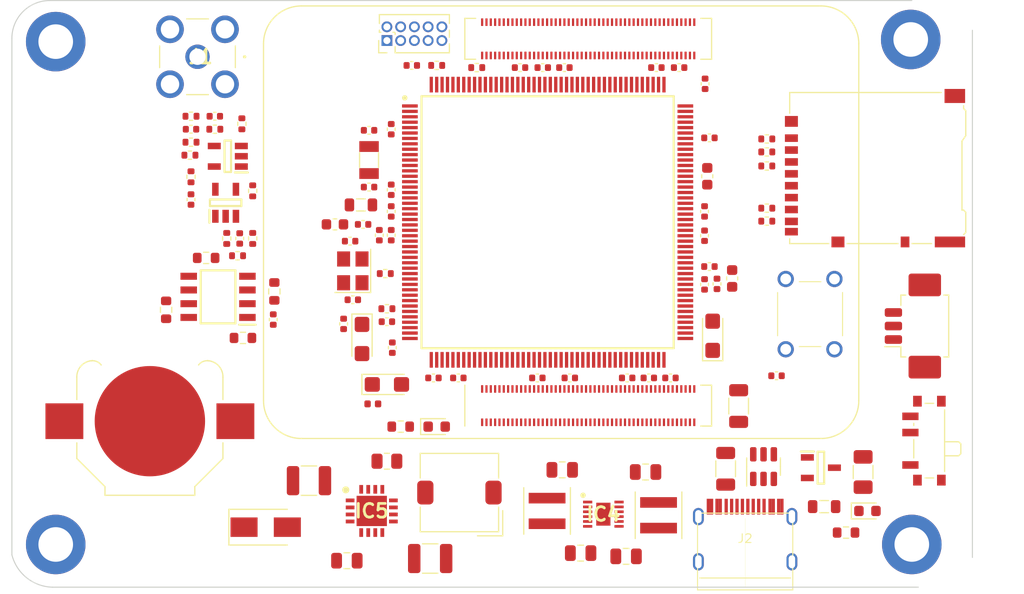
<source format=kicad_pcb>
(kicad_pcb (version 20201002) (generator pcbnew)
  (layers (0 "F.Cu" signal) (1 "In1.Cu" power "GND") (2 "In2.Cu" power "3V3") (31 "B.Cu" signal) (34 "B.Paste" user) (35 "F.Paste" user) (36 "B.SilkS" user "B.Silkscreen") (37 "F.SilkS" user "F.Silkscreen") (38 "B.Mask" user) (39 "F.Mask" user) (44 "Edge.Cuts" user))
  (net 0 "")
  (net 1 "GND")
  (net 2 "Net-(BT1-Pad1)")
  (net 3 "Net-(C1-Pad2)")
  (net 4 "Net-(C1-Pad1)")
  (net 5 "Net-(C2-Pad2)")
  (net 6 "Net-(C2-Pad1)")
  (net 7 "/v_DIV_OUT")
  (net 8 "Net-(C5-Pad1)")
  (net 9 "/5V")
  (net 10 "/VPOS")
  (net 11 "/VNEG")
  (net 12 "/+3.3V")
  (net 13 "/H7MCU/VREF+")
  (net 14 "/H7MCU/+3.3VA")
  (net 15 "/H7MCU/VFBSMPS")
  (net 16 "/H7MCU/VDDSMPS")
  (net 17 "/H7MCU/VLXSMPS")
  (net 18 "/H7MCU/HSE_IN")
  (net 19 "Net-(C48-Pad1)")
  (net 20 "Net-(C49-Pad1)")
  (net 21 "/H7MCU/NRST")
  (net 22 "/H7MCU/OSC_IN")
  (net 23 "/H7MCU/OSC_OUT")
  (net 24 "/H7MCU/LED_STAT")
  (net 25 "Net-(D2-Pad1)")
  (net 26 "Net-(D3-Pad1)")
  (net 27 "Net-(F1-Pad2)")
  (net 28 "VCC")
  (net 29 "Net-(FB1-Pad1)")
  (net 30 "Net-(IC1-Pad4)")
  (net 31 "P_AMP_OUT")
  (net 32 "Net-(IC2-Pad4)")
  (net 33 "Net-(IC2-Pad1)")
  (net 34 "Net-(IC3-Pad7)")
  (net 35 "Net-(IC3-Pad6)")
  (net 36 "Net-(IC3-Pad5)")
  (net 37 "Net-(IC3-Pad3)")
  (net 38 "Net-(IC4-Pad10)")
  (net 39 "Net-(IC4-Pad1)")
  (net 40 "/Power/SW")
  (net 41 "/Power/PG")
  (net 42 "Net-(IC6-Pad174)")
  (net 43 "Net-(IC6-Pad171)")
  (net 44 "Net-(IC6-Pad170)")
  (net 45 "Net-(IC6-Pad169)")
  (net 46 "Net-(IC6-Pad168)")
  (net 47 "/H7MCU/BOOT0")
  (net 48 "Net-(IC6-Pad166)")
  (net 49 "Net-(IC6-Pad165)")
  (net 50 "Net-(IC6-Pad164)")
  (net 51 "Net-(IC6-Pad163)")
  (net 52 "/H7MCU/SWO")
  (net 53 "Net-(IC6-Pad161)")
  (net 54 "Net-(IC6-Pad158)")
  (net 55 "Net-(IC6-Pad157)")
  (net 56 "Net-(IC6-Pad156)")
  (net 57 "Net-(IC6-Pad155)")
  (net 58 "Net-(IC6-Pad154)")
  (net 59 "Net-(IC6-Pad153)")
  (net 60 "Net-(IC6-Pad150)")
  (net 61 "Net-(IC6-Pad149)")
  (net 62 "Net-(IC6-Pad148)")
  (net 63 "Net-(IC6-Pad147)")
  (net 64 "Net-(IC6-Pad146)")
  (net 65 "/H7MCU/SDMMC_CMD")
  (net 66 "Net-(IC6-Pad144)")
  (net 67 "Net-(IC6-Pad143)")
  (net 68 "/H7MCU/SDMMC_CK")
  (net 69 "/H7MCU/SDMMC_D3")
  (net 70 "/H7MCU/SDMMC_D2")
  (net 71 "Net-(IC6-Pad139)")
  (net 72 "/H7MCU/SWCLK")
  (net 73 "/H7MCU/SWDIO")
  (net 74 "/USB_D+")
  (net 75 "/USB_D-")
  (net 76 "Net-(IC6-Pad129)")
  (net 77 "Net-(IC6-Pad128)")
  (net 78 "Net-(IC6-Pad127)")
  (net 79 "/H7MCU/SDMMC_D1")
  (net 80 "/H7MCU/SDMMC_D0")
  (net 81 "Net-(IC6-Pad123)")
  (net 82 "Net-(IC6-Pad122)")
  (net 83 "Net-(IC6-Pad118)")
  (net 84 "Net-(IC6-Pad117)")
  (net 85 "Net-(IC6-Pad116)")
  (net 86 "Net-(IC6-Pad115)")
  (net 87 "Net-(IC6-Pad114)")
  (net 88 "Net-(IC6-Pad111)")
  (net 89 "Net-(IC6-Pad110)")
  (net 90 "Net-(IC6-Pad107)")
  (net 91 "Net-(IC6-Pad106)")
  (net 92 "Net-(IC6-Pad104)")
  (net 93 "Net-(IC6-Pad103)")
  (net 94 "Net-(IC6-Pad98)")
  (net 95 "Net-(IC6-Pad97)")
  (net 96 "Net-(IC6-Pad96)")
  (net 97 "Net-(IC6-Pad95)")
  (net 98 "Net-(IC6-Pad94)")
  (net 99 "Net-(IC6-Pad91)")
  (net 100 "Net-(IC6-Pad90)")
  (net 101 "Net-(IC6-Pad89)")
  (net 102 "Net-(IC6-Pad88)")
  (net 103 "Net-(IC6-Pad87)")
  (net 104 "Net-(IC6-Pad86)")
  (net 105 "Net-(IC6-Pad85)")
  (net 106 "/STM32_3_RX")
  (net 107 "/STM32_3_TX")
  (net 108 "Net-(IC6-Pad77)")
  (net 109 "Net-(IC6-Pad76)")
  (net 110 "Net-(IC6-Pad75)")
  (net 111 "Net-(IC6-Pad74)")
  (net 112 "Net-(IC6-Pad73)")
  (net 113 "Net-(IC6-Pad72)")
  (net 114 "Net-(IC6-Pad69)")
  (net 115 "Net-(IC6-Pad68)")
  (net 116 "Net-(IC6-Pad67)")
  (net 117 "Net-(IC6-Pad66)")
  (net 118 "Net-(IC6-Pad63)")
  (net 119 "Net-(IC6-Pad62)")
  (net 120 "Net-(IC6-Pad61)")
  (net 121 "Net-(IC6-Pad60)")
  (net 122 "Net-(IC6-Pad59)")
  (net 123 "Net-(IC6-Pad58)")
  (net 124 "Net-(IC6-Pad57)")
  (net 125 "Net-(IC6-Pad56)")
  (net 126 "Net-(IC6-Pad55)")
  (net 127 "Net-(IC6-Pad54)")
  (net 128 "Net-(IC6-Pad53)")
  (net 129 "Net-(IC6-Pad52)")
  (net 130 "Net-(IC6-Pad51)")
  (net 131 "Net-(IC6-Pad50)")
  (net 132 "Net-(IC6-Pad49)")
  (net 133 "Net-(IC6-Pad42)")
  (net 134 "Net-(IC6-Pad41)")
  (net 135 "Net-(IC6-Pad37)")
  (net 136 "Net-(IC6-Pad35)")
  (net 137 "Net-(IC6-Pad34)")
  (net 138 "/H7MCU/HSE_OUT")
  (net 139 "Net-(IC6-Pad30)")
  (net 140 "Net-(IC6-Pad29)")
  (net 141 "Net-(IC6-Pad28)")
  (net 142 "Net-(IC6-Pad27)")
  (net 143 "Net-(IC6-Pad26)")
  (net 144 "Net-(IC6-Pad23)")
  (net 145 "Net-(IC6-Pad22)")
  (net 146 "Net-(IC6-Pad21)")
  (net 147 "Net-(IC6-Pad20)")
  (net 148 "Net-(IC6-Pad19)")
  (net 149 "Net-(IC6-Pad18)")
  (net 150 "Net-(IC6-Pad9)")
  (net 151 "Net-(IC6-Pad5)")
  (net 152 "Net-(IC6-Pad4)")
  (net 153 "Net-(IC6-Pad3)")
  (net 154 "Net-(IC6-Pad2)")
  (net 155 "Net-(IC6-Pad1)")
  (net 156 "Net-(J1-Pad1)")
  (net 157 "Net-(J2-PadB8)")
  (net 158 "Net-(J2-PadB5)")
  (net 159 "Net-(J2-PadA8)")
  (net 160 "/Power/USB_CONN_D-")
  (net 161 "/Power/USB_CONN_D+")
  (net 162 "Net-(J2-PadA5)")
  (net 163 "Net-(J3-Pad8)")
  (net 164 "Net-(J3-Pad7)")
  (net 165 "/CM4_GPIO/GPIO_14_TX")
  (net 166 "/CM4_GPIO/GPIO_15_RX")
  (net 167 "Net-(Module1-Pad200)")
  (net 168 "Net-(Module1-Pad199)")
  (net 169 "Net-(Module1-Pad196)")
  (net 170 "Net-(Module1-Pad195)")
  (net 171 "Net-(Module1-Pad194)")
  (net 172 "Net-(Module1-Pad193)")
  (net 173 "Net-(Module1-Pad190)")
  (net 174 "Net-(Module1-Pad189)")
  (net 175 "Net-(Module1-Pad188)")
  (net 176 "Net-(Module1-Pad187)")
  (net 177 "Net-(Module1-Pad184)")
  (net 178 "Net-(Module1-Pad183)")
  (net 179 "Net-(Module1-Pad182)")
  (net 180 "Net-(Module1-Pad181)")
  (net 181 "Net-(Module1-Pad178)")
  (net 182 "Net-(Module1-Pad177)")
  (net 183 "Net-(Module1-Pad176)")
  (net 184 "Net-(Module1-Pad175)")
  (net 185 "Net-(Module1-Pad172)")
  (net 186 "Net-(Module1-Pad171)")
  (net 187 "Net-(Module1-Pad170)")
  (net 188 "Net-(Module1-Pad169)")
  (net 189 "Net-(Module1-Pad166)")
  (net 190 "Net-(Module1-Pad165)")
  (net 191 "Net-(Module1-Pad164)")
  (net 192 "Net-(Module1-Pad163)")
  (net 193 "Net-(Module1-Pad160)")
  (net 194 "Net-(Module1-Pad159)")
  (net 195 "Net-(Module1-Pad158)")
  (net 196 "Net-(Module1-Pad157)")
  (net 197 "Net-(Module1-Pad154)")
  (net 198 "Net-(Module1-Pad153)")
  (net 199 "Net-(Module1-Pad152)")
  (net 200 "Net-(Module1-Pad151)")
  (net 201 "Net-(Module1-Pad149)")
  (net 202 "Net-(Module1-Pad148)")
  (net 203 "Net-(Module1-Pad147)")
  (net 204 "Net-(Module1-Pad146)")
  (net 205 "Net-(Module1-Pad145)")
  (net 206 "Net-(Module1-Pad143)")
  (net 207 "Net-(Module1-Pad142)")
  (net 208 "Net-(Module1-Pad141)")
  (net 209 "Net-(Module1-Pad140)")
  (net 210 "Net-(Module1-Pad139)")
  (net 211 "Net-(Module1-Pad136)")
  (net 212 "Net-(Module1-Pad135)")
  (net 213 "Net-(Module1-Pad134)")
  (net 214 "Net-(Module1-Pad133)")
  (net 215 "Net-(Module1-Pad130)")
  (net 216 "Net-(Module1-Pad129)")
  (net 217 "Net-(Module1-Pad128)")
  (net 218 "Net-(Module1-Pad127)")
  (net 219 "Net-(Module1-Pad124)")
  (net 220 "Net-(Module1-Pad123)")
  (net 221 "Net-(Module1-Pad122)")
  (net 222 "Net-(Module1-Pad121)")
  (net 223 "Net-(Module1-Pad118)")
  (net 224 "Net-(Module1-Pad117)")
  (net 225 "Net-(Module1-Pad116)")
  (net 226 "Net-(Module1-Pad115)")
  (net 227 "Net-(Module1-Pad112)")
  (net 228 "Net-(Module1-Pad111)")
  (net 229 "Net-(Module1-Pad110)")
  (net 230 "Net-(Module1-Pad109)")
  (net 231 "Net-(Module1-Pad106)")
  (net 232 "Net-(Module1-Pad104)")
  (net 233 "Net-(Module1-Pad102)")
  (net 234 "Net-(Module1-Pad101)")
  (net 235 "Net-(R27-Pad2)")
  (net 236 "Net-(Module1-Pad100)")
  (net 237 "Net-(Module1-Pad99)")
  (net 238 "Net-(Module1-Pad97)")
  (net 239 "Net-(Module1-Pad96)")
  (net 240 "Net-(Module1-Pad95)")
  (net 241 "Net-(Module1-Pad94)")
  (net 242 "Net-(Module1-Pad93)")
  (net 243 "Net-(Module1-Pad92)")
  (net 244 "Net-(Module1-Pad91)")
  (net 245 "Net-(Module1-Pad90)")
  (net 246 "Net-(Module1-Pad89)")
  (net 247 "Net-(Module1-Pad88)")
  (net 248 "Net-(Module1-Pad86)")
  (net 249 "Net-(Module1-Pad84)")
  (net 250 "Net-(Module1-Pad82)")
  (net 251 "Net-(Module1-Pad80)")
  (net 252 "Net-(Module1-Pad78)")
  (net 253 "Net-(Module1-Pad76)")
  (net 254 "Net-(Module1-Pad75)")
  (net 255 "Net-(Module1-Pad73)")
  (net 256 "Net-(Module1-Pad72)")
  (net 257 "Net-(Module1-Pad70)")
  (net 258 "Net-(Module1-Pad69)")
  (net 259 "Net-(Module1-Pad68)")
  (net 260 "Net-(Module1-Pad67)")
  (net 261 "Net-(Module1-Pad64)")
  (net 262 "Net-(Module1-Pad63)")
  (net 263 "Net-(Module1-Pad62)")
  (net 264 "Net-(Module1-Pad61)")
  (net 265 "Net-(Module1-Pad58)")
  (net 266 "Net-(Module1-Pad57)")
  (net 267 "Net-(Module1-Pad56)")
  (net 268 "Net-(Module1-Pad54)")
  (net 269 "Net-(Module1-Pad50)")
  (net 270 "Net-(Module1-Pad49)")
  (net 271 "Net-(Module1-Pad48)")
  (net 272 "Net-(Module1-Pad47)")
  (net 273 "Net-(Module1-Pad46)")
  (net 274 "Net-(Module1-Pad45)")
  (net 275 "Net-(Module1-Pad44)")
  (net 276 "Net-(Module1-Pad41)")
  (net 277 "Net-(Module1-Pad40)")
  (net 278 "Net-(Module1-Pad39)")
  (net 279 "Net-(Module1-Pad38)")
  (net 280 "Net-(Module1-Pad37)")
  (net 281 "Net-(Module1-Pad36)")
  (net 282 "Net-(Module1-Pad35)")
  (net 283 "Net-(Module1-Pad34)")
  (net 284 "Net-(Module1-Pad30)")
  (net 285 "Net-(Module1-Pad29)")
  (net 286 "Net-(Module1-Pad27)")
  (net 287 "Net-(Module1-Pad26)")
  (net 288 "Net-(Module1-Pad25)")
  (net 289 "Net-(Module1-Pad24)")
  (net 290 "Net-(Module1-Pad21)")
  (net 291 "Net-(Module1-Pad20)")
  (net 292 "Net-(Module1-Pad19)")
  (net 293 "Net-(Module1-Pad18)")
  (net 294 "Net-(Module1-Pad17)")
  (net 295 "Net-(Module1-Pad16)")
  (net 296 "Net-(Module1-Pad15)")
  (net 297 "Net-(Module1-Pad12)")
  (net 298 "Net-(Module1-Pad11)")
  (net 299 "Net-(Module1-Pad10)")
  (net 300 "Net-(Module1-Pad9)")
  (net 301 "Net-(Module1-Pad6)")
  (net 302 "Net-(Module1-Pad5)")
  (net 303 "Net-(Module1-Pad4)")
  (net 304 "Net-(Module1-Pad3)")
  (module "Connector_Card:microSD_HC_Hirose_DM3AT-SF-PEJM5" (layer "F.Cu") (at 142 97.5 90)
    (fp_text reference "J4" hide)
    (fp_text value "Micro_SD_Card")
    (pad "1" smd rect (at 2.775 -7.725 90) (size 0.7 1.2) (layers "F.Cu" "F.Paste" "F.Mask") (net 70 "/H7MCU/SDMMC_D2"))
    (pad "2" smd rect (at 1.675 -7.725 90) (size 0.7 1.2) (layers "F.Cu" "F.Paste" "F.Mask") (net 69 "/H7MCU/SDMMC_D3"))
    (pad "3" smd rect (at 0.575 -7.725 90) (size 0.7 1.2) (layers "F.Cu" "F.Paste" "F.Mask") (net 65 "/H7MCU/SDMMC_CMD"))
    (pad "4" smd rect (at -0.525 -7.725 90) (size 0.7 1.2) (layers "F.Cu" "F.Paste" "F.Mask") (net 12 "/+3.3V"))
    (pad "5" smd rect (at -1.625 -7.725 90) (size 0.7 1.2) (layers "F.Cu" "F.Paste" "F.Mask") (net 68 "/H7MCU/SDMMC_CK"))
    (pad "6" smd rect (at -2.725 -7.725 90) (size 0.7 1.2) (layers "F.Cu" "F.Paste" "F.Mask") (net 1 "GND"))
    (pad "7" smd rect (at -3.825 -7.725 90) (size 0.7 1.2) (layers "F.Cu" "F.Paste" "F.Mask") (net 80 "/H7MCU/SDMMC_D0"))
    (pad "8" smd rect (at -4.925 -7.725 90) (size 0.7 1.2) (layers "F.Cu" "F.Paste" "F.Mask") (net 79 "/H7MCU/SDMMC_D1"))
    (pad "9" smd rect (at -5.875 -7.725 90) (size 0.7 1.2) (layers "F.Cu" "F.Paste" "F.Mask") (net 1 "GND"))
    (pad "10" smd rect (at -6.825 2.775 90) (size 1 0.8) (layers "F.Cu" "F.Paste" "F.Mask"))
    (pad "11" smd rect (at 6.675 7.375 90) (size 1.3 1.9) (layers "F.Cu" "F.Paste" "F.Mask"))
    (pad "11" smd rect (at -6.825 6.925 90) (size 1 2.8) (layers "F.Cu" "F.Paste" "F.Mask"))
    (pad "11" smd rect (at -6.825 -3.425 90) (size 1 1.2) (layers "F.Cu" "F.Paste" "F.Mask"))
    (pad "11" smd rect (at 4.325 -7.725 90) (size 1 1.2) (layers "F.Cu" "F.Paste" "F.Mask"))
  )
  (module "Connector_PinHeader_1.27mm:PinHeader_2x05_P1.27mm_Vertical" (layer "F.Cu") (at 96.9 85.7 90)
    (fp_text reference "J3" hide)
    (fp_text value "SWDIO")
    (pad "1" thru_hole rect (at 0 0 90) (size 1 1) (drill 0.65) (layers *.Cu *.Mask) (net 12 "/+3.3V"))
    (pad "2" thru_hole oval (at 1.27 0 90) (size 1 1) (drill 0.65) (layers *.Cu *.Mask) (net 73 "/H7MCU/SWDIO"))
    (pad "3" thru_hole oval (at 0 1.27 90) (size 1 1) (drill 0.65) (layers *.Cu *.Mask) (net 1 "GND"))
    (pad "4" thru_hole oval (at 1.27 1.27 90) (size 1 1) (drill 0.65) (layers *.Cu *.Mask) (net 72 "/H7MCU/SWCLK"))
    (pad "5" thru_hole oval (at 0 2.54 90) (size 1 1) (drill 0.65) (layers *.Cu *.Mask) (net 1 "GND"))
    (pad "6" thru_hole oval (at 1.27 2.54 90) (size 1 1) (drill 0.65) (layers *.Cu *.Mask) (net 52 "/H7MCU/SWO"))
    (pad "7" thru_hole oval (at 0 3.81 90) (size 1 1) (drill 0.65) (layers *.Cu *.Mask) (net 164 "Net-(J3-Pad7)"))
    (pad "8" thru_hole oval (at 1.27 3.81 90) (size 1 1) (drill 0.65) (layers *.Cu *.Mask) (net 163 "Net-(J3-Pad8)"))
    (pad "9" thru_hole oval (at 0 5.08 90) (size 1 1) (drill 0.65) (layers *.Cu *.Mask) (net 1 "GND"))
    (pad "10" thru_hole oval (at 1.27 5.08 90) (size 1 1) (drill 0.65) (layers *.Cu *.Mask) (net 21 "/H7MCU/NRST"))
  )
  (module "Diode_SMD:D_SMA" (layer "F.Cu") (at 85.7 130.7)
    (fp_text reference "D1" hide)
    (fp_text value "SS14")
    (pad "1" smd rect (at -2 0) (size 2.5 1.8) (layers "F.Cu" "F.Paste" "F.Mask") (net 12 "/+3.3V"))
    (pad "2" smd rect (at 2 0) (size 2.5 1.8) (layers "F.Cu" "F.Paste" "F.Mask") (net 2 "Net-(BT1-Pad1)"))
  )
  (module "MountingHole:MountingHole_3.2mm_M3_ISO14580_Pad" (layer "F.Cu") (at 145.3 85.6)
    (fp_text reference "H3" hide)
    (fp_text value "MountingHole")
    (pad "1" thru_hole circle (at 0 0) (size 5.5 5.5) (drill 3.2) (layers *.Cu *.Mask))
  )
  (module "MountingHole:MountingHole_3.2mm_M3_ISO14580_Pad" (layer "F.Cu") (at 66.3 85.8)
    (fp_text reference "H2" hide)
    (fp_text value "MountingHole")
    (pad "1" thru_hole circle (at 0 0) (size 5.5 5.5) (drill 3.2) (layers *.Cu *.Mask))
  )
  (module "Capacitor_SMD:C_0805_2012Metric" (layer "F.Cu") (at 93.2 133.8)
    (fp_text reference "C12" hide)
    (fp_text value "1u")
    (pad "1" smd roundrect (at -0.95 0) (size 1 1.45) (layers "F.Cu" "F.Paste" "F.Mask") (net 9 "/5V"))
    (pad "2" smd roundrect (at 0.95 0) (size 1 1.45) (layers "F.Cu" "F.Paste" "F.Mask") (net 1 "GND"))
  )
  (module "Fuse:Fuse_1206_3216Metric" (layer "F.Cu") (at 140.9 125.6 90)
    (fp_text reference "F1" hide)
    (fp_text value "Polyfuse")
    (pad "1" smd roundrect (at -1.4 0 90) (size 1.25 1.75) (layers "F.Cu" "F.Paste" "F.Mask") (roundrect_rratio 0.2) (net 28 "VCC"))
    (pad "2" smd roundrect (at 1.4 0 90) (size 1.25 1.75) (layers "F.Cu" "F.Paste" "F.Mask") (roundrect_rratio 0.2) (net 27 "Net-(F1-Pad2)"))
  )
  (module "Resistor_SMD:R_0402_1005Metric" (layer "F.Cu") (at 101.5 88)
    (fp_text reference "R19")
    (fp_text value "10k")
    (pad "1" smd roundrect (at -0.51 0) (size 0.54 0.64) (layers "F.Cu" "F.Paste" "F.Mask") (net 12 "/+3.3V"))
    (pad "2" smd roundrect (at 0.51 0) (size 0.54 0.64) (layers "F.Cu" "F.Paste" "F.Mask") (net 42 "Net-(IC6-Pad174)"))
  )
  (module "Resistor_SMD:R_1206_3216Metric" (layer "F.Cu") (at 128.2 125.3 90)
    (fp_text reference "R15" hide)
    (fp_text value "5.1k")
    (pad "1" smd roundrect (at -1.4625 0 90) (size 1.125 1.75) (layers "F.Cu" "F.Paste" "F.Mask") (roundrect_rratio 0.222222) (net 162 "Net-(J2-PadA5)"))
    (pad "2" smd roundrect (at 1.4625 0 90) (size 1.125 1.75) (layers "F.Cu" "F.Paste" "F.Mask") (roundrect_rratio 0.222222) (net 1 "GND"))
  )
  (module "Resistor_SMD:R_0402_1005Metric" (layer "F.Cu") (at 84.5 104 90)
    (fp_text reference "R3" hide)
    (fp_text value "6.34k")
    (pad "1" smd roundrect (at -0.51 0 90) (size 0.54 0.64) (layers "F.Cu" "F.Paste" "F.Mask") (net 1 "GND"))
    (pad "2" smd roundrect (at 0.51 0 90) (size 0.54 0.64) (layers "F.Cu" "F.Paste" "F.Mask") (net 4 "Net-(C1-Pad1)"))
  )
  (module "Capacitor_Tantalum_SMD:CP_EIA-3216-18_Kemet-A" (layer "F.Cu") (at 96.9 117.5)
    (fp_text reference "C25" hide)
    (fp_text value "1u")
    (pad "1" smd roundrect (at -1.35 0) (size 1.4 1.35) (layers "F.Cu" "F.Paste" "F.Mask") (roundrect_rratio 0.185185) (net 14 "/H7MCU/+3.3VA"))
    (pad "2" smd roundrect (at 1.35 0) (size 1.4 1.35) (layers "F.Cu" "F.Paste" "F.Mask") (roundrect_rratio 0.185185) (net 1 "GND"))
  )
  (module "Capacitor_SMD:C_0402_1005Metric" (layer "F.Cu") (at 121.1 116.9)
    (fp_text reference "C18" hide)
    (fp_text value "100n")
    (pad "1" smd roundrect (at -0.48 0) (size 0.56 0.62) (layers "F.Cu" "F.Paste" "F.Mask") (net 12 "/+3.3V"))
    (pad "2" smd roundrect (at 0.48 0) (size 0.56 0.62) (layers "F.Cu" "F.Paste" "F.Mask") (net 1 "GND"))
  )
  (module "MountingHole:MountingHole_3.2mm_M3_ISO14580_Pad" (layer "F.Cu") (at 145.4 132.3)
    (fp_text reference "H4" hide)
    (fp_text value "MountingHole")
    (pad "1" thru_hole circle (at 0 0) (size 5.5 5.5) (drill 3.2) (layers *.Cu *.Mask))
  )
  (module "Capacitor_SMD:C_0402_1005Metric" (layer "F.Cu") (at 126.7 106.6 180)
    (fp_text reference "C44" hide)
    (fp_text value "100n")
    (pad "1" smd roundrect (at -0.48 0 180) (size 0.56 0.62) (layers "F.Cu" "F.Paste" "F.Mask") (net 1 "GND"))
    (pad "2" smd roundrect (at 0.48 0 180) (size 0.56 0.62) (layers "F.Cu" "F.Paste" "F.Mask") (net 12 "/+3.3V"))
  )
  (module "Resistor_SMD:R_0402_1005Metric" (layer "F.Cu") (at 132 97.3 180)
    (fp_text reference "R24" hide)
    (fp_text value "47k")
    (pad "1" smd roundrect (at -0.51 0 180) (size 0.54 0.64) (layers "F.Cu" "F.Paste" "F.Mask") (net 65 "/H7MCU/SDMMC_CMD"))
    (pad "2" smd roundrect (at 0.51 0 180) (size 0.54 0.64) (layers "F.Cu" "F.Paste" "F.Mask") (net 12 "/+3.3V"))
  )
  (module "Capacitor_SMD:C_1210_3225Metric" (layer "F.Cu") (at 100.9 133.6 180)
    (fp_text reference "C11" hide)
    (fp_text value "22u x7R 10V")
    (pad "1" smd roundrect (at -1.475 0 180) (size 1.15 2.7) (layers "F.Cu" "F.Paste" "F.Mask") (roundrect_rratio 0.217391) (net 12 "/+3.3V"))
    (pad "2" smd roundrect (at 1.475 0 180) (size 1.15 2.7) (layers "F.Cu" "F.Paste" "F.Mask") (roundrect_rratio 0.217391) (net 1 "GND"))
  )
  (module "Battery:BatteryHolder_Keystone_3000_1x12mm" (layer "F.Cu") (at 75 120.9 180)
    (fp_text reference "BT1" hide)
    (fp_text value "Battery_Cell")
    (pad "1" smd rect (at -7.9 0 180) (size 3.5 3.3) (layers "F.Cu" "F.Paste" "F.Mask") (net 2 "Net-(BT1-Pad1)"))
    (pad "1" smd rect (at 7.9 0 180) (size 3.5 3.3) (layers "F.Cu" "F.Paste" "F.Mask") (net 2 "Net-(BT1-Pad1)"))
    (pad "2" smd circle (at 0 0 180) (size 10.2 10.2) (layers "F.Cu" "F.Mask") (net 1 "GND"))
  )
  (module "LED_SMD:LED_0603_1608Metric" (layer "F.Cu") (at 101.5 121.4)
    (fp_text reference "D2" hide)
    (fp_text value "LED_Red")
    (pad "1" smd roundrect (at -0.7875 0) (size 0.875 0.95) (layers "F.Cu" "F.Paste" "F.Mask") (net 25 "Net-(D2-Pad1)"))
    (pad "2" smd roundrect (at 0.7875 0) (size 0.875 0.95) (layers "F.Cu" "F.Paste" "F.Mask") (net 24 "/H7MCU/LED_STAT"))
  )
  (module "Capacitor_SMD:C_0402_1005Metric" (layer "F.Cu") (at 109.2 88.2)
    (fp_text reference "C34" hide)
    (fp_text value "100n")
    (pad "1" smd roundrect (at -0.48 0) (size 0.56 0.62) (layers "F.Cu" "F.Paste" "F.Mask") (net 12 "/+3.3V"))
    (pad "2" smd roundrect (at 0.48 0) (size 0.56 0.62) (layers "F.Cu" "F.Paste" "F.Mask") (net 1 "GND"))
  )
  (module "Connector_Molex:Molex_PicoBlade_53261-0371_1x03-1MP_P1.25mm_Horizontal" (layer "F.Cu") (at 146.1 112.1 90)
    (fp_text reference "J5" hide)
    (fp_text value "DJI UART")
    (pad "1" smd roundrect (at -1.25 -2.4 90) (size 0.8 1.6) (layers "F.Cu" "F.Paste" "F.Mask") (net 166 "/CM4_GPIO/GPIO_15_RX"))
    (pad "2" smd roundrect (at 0 -2.4 90) (size 0.8 1.6) (layers "F.Cu" "F.Paste" "F.Mask") (net 165 "/CM4_GPIO/GPIO_14_TX"))
    (pad "3" smd roundrect (at 1.25 -2.4 90) (size 0.8 1.6) (layers "F.Cu" "F.Paste" "F.Mask") (net 1 "GND"))
    (pad "MP" smd roundrect (at 3.8 0.5 90) (size 2.1 3) (layers "F.Cu" "F.Paste" "F.Mask") (roundrect_rratio 0.119048))
    (pad "MP" smd roundrect (at -3.8 0.5 90) (size 2.1 3) (layers "F.Cu" "F.Paste" "F.Mask") (roundrect_rratio 0.119048))
  )
  (module "Capacitor_SMD:C_0402_1005Metric" (layer "F.Cu") (at 126.3 89.7 90)
    (fp_text reference "C37" hide)
    (fp_text value "100n")
    (pad "1" smd roundrect (at -0.48 0 90) (size 0.56 0.62) (layers "F.Cu" "F.Paste" "F.Mask") (net 12 "/+3.3V"))
    (pad "2" smd roundrect (at 0.48 0 90) (size 0.56 0.62) (layers "F.Cu" "F.Paste" "F.Mask") (net 1 "GND"))
  )
  (module "Resistor_SMD:R_0805_2012Metric" (layer "F.Cu") (at 96.9 124.6)
    (fp_text reference "R17" hide)
    (fp_text value "1M")
    (pad "1" smd roundrect (at -0.9125 0) (size 1.025 1.4) (layers "F.Cu" "F.Paste" "F.Mask") (roundrect_rratio 0.243902) (net 41 "/Power/PG"))
    (pad "2" smd roundrect (at 0.9125 0) (size 1.025 1.4) (layers "F.Cu" "F.Paste" "F.Mask") (roundrect_rratio 0.243902) (net 12 "/+3.3V"))
  )
  (module "Capacitor_SMD:C_0402_1005Metric" (layer "F.Cu") (at 126.25 103.75 90)
    (fp_text reference "C17" hide)
    (fp_text value "100n")
    (pad "1" smd roundrect (at -0.48 0 90) (size 0.56 0.62) (layers "F.Cu" "F.Paste" "F.Mask") (net 12 "/+3.3V"))
    (pad "2" smd roundrect (at 0.48 0 90) (size 0.56 0.62) (layers "F.Cu" "F.Paste" "F.Mask") (net 1 "GND"))
  )
  (module "Capacitor_Tantalum_SMD:CP_EIA-3216-18_Kemet-A" (layer "F.Cu") (at 127 113 90)
    (fp_text reference "C13" hide)
    (fp_text value "4.7u")
    (pad "1" smd roundrect (at -1.35 0 90) (size 1.4 1.35) (layers "F.Cu" "F.Paste" "F.Mask") (roundrect_rratio 0.185185) (net 12 "/+3.3V"))
    (pad "2" smd roundrect (at 1.35 0 90) (size 1.4 1.35) (layers "F.Cu" "F.Paste" "F.Mask") (roundrect_rratio 0.185185) (net 1 "GND"))
  )
  (module "Capacitor_SMD:C_0402_1005Metric" (layer "F.Cu") (at 103.5 116.9)
    (fp_text reference "C16" hide)
    (fp_text value "100n")
    (pad "1" smd roundrect (at -0.48 0) (size 0.56 0.62) (layers "F.Cu" "F.Paste" "F.Mask") (net 12 "/+3.3V"))
    (pad "2" smd roundrect (at 0.48 0) (size 0.56 0.62) (layers "F.Cu" "F.Paste" "F.Mask") (net 1 "GND"))
  )
  (module "Resistor_SMD:R_0402_1005Metric" (layer "F.Cu") (at 81 93.9 180)
    (fp_text reference "R2" hide)
    (fp_text value "66.5k")
    (pad "1" smd roundrect (at -0.51 0 180) (size 0.54 0.64) (layers "F.Cu" "F.Paste" "F.Mask") (net 33 "Net-(IC2-Pad1)"))
    (pad "2" smd roundrect (at 0.51 0 180) (size 0.54 0.64) (layers "F.Cu" "F.Paste" "F.Mask") (net 5 "Net-(C2-Pad2)"))
  )
  (module "Inductor_SMD:L_0805_2012Metric" (layer "F.Cu") (at 94.5 100.9 180)
    (fp_text reference "L4" hide)
    (fp_text value "2.2uH")
    (pad "1" smd roundrect (at -1.0625 0 180) (size 0.875 1.2) (layers "F.Cu" "F.Paste" "F.Mask") (net 15 "/H7MCU/VFBSMPS"))
    (pad "2" smd roundrect (at 1.0625 0 180) (size 0.875 1.2) (layers "F.Cu" "F.Paste" "F.Mask") (net 17 "/H7MCU/VLXSMPS"))
  )
  (module "Capacitor_SMD:C_0402_1005Metric" (layer "F.Cu") (at 83.3 104 -90)
    (fp_text reference "C1" hide)
    (fp_text value "100p")
    (pad "1" smd roundrect (at -0.48 0 270) (size 0.56 0.62) (layers "F.Cu" "F.Paste" "F.Mask") (net 4 "Net-(C1-Pad1)"))
    (pad "2" smd roundrect (at 0.48 0 270) (size 0.56 0.62) (layers "F.Cu" "F.Paste" "F.Mask") (net 3 "Net-(C1-Pad2)"))
  )
  (module "Capacitor_SMD:C_0402_1005Metric" (layer "F.Cu") (at 81 92.7 180)
    (fp_text reference "C2" hide)
    (fp_text value "100p")
    (pad "1" smd roundrect (at -0.48 0 180) (size 0.56 0.62) (layers "F.Cu" "F.Paste" "F.Mask") (net 6 "Net-(C2-Pad1)"))
    (pad "2" smd roundrect (at 0.48 0 180) (size 0.56 0.62) (layers "F.Cu" "F.Paste" "F.Mask") (net 5 "Net-(C2-Pad2)"))
  )
  (module "Resistor_SMD:R_0402_1005Metric" (layer "F.Cu") (at 82.1 104 -90)
    (fp_text reference "R8" hide)
    (fp_text value "2.49k")
    (pad "1" smd roundrect (at -0.51 0 270) (size 0.54 0.64) (layers "F.Cu" "F.Paste" "F.Mask") (net 31 "P_AMP_OUT"))
    (pad "2" smd roundrect (at 0.51 0 270) (size 0.54 0.64) (layers "F.Cu" "F.Paste" "F.Mask") (net 30 "Net-(IC1-Pad4)"))
  )
  (module "Capacitor_SMD:C_0805_2012Metric" (layer "F.Cu") (at 119 133.4 180)
    (fp_text reference "C9" hide)
    (fp_text value "10u")
    (pad "1" smd roundrect (at -0.95 0 180) (size 1 1.45) (layers "F.Cu" "F.Paste" "F.Mask") (net 11 "/VNEG"))
    (pad "2" smd roundrect (at 0.95 0 180) (size 1 1.45) (layers "F.Cu" "F.Paste" "F.Mask") (net 1 "GND"))
  )
  (module "CM4IO:TYPE-C-31-M-12" (layer "F.Cu") (at 130 133.9)
    (fp_text reference "J2" (at 0 -2.15) (layer "F.SilkS") (effects (font (size 0.8 0.8) (thickness 0.1))))
    (fp_text value "USB_C_Receptacle_USB2.0")
    (pad "" np_thru_hole circle (at 2.9 -3.65) (size 0.65 0.65) (drill 0.65) (layers *.Cu *.Mask) (clearance 0.01))
    (pad "" np_thru_hole circle (at -2.9 -3.65) (size 0.65 0.65) (drill 0.65) (layers *.Cu *.Mask) (clearance 0.01))
    (pad "A1" smd rect (at -3.4 -5.1) (size 0.3 1.45) (layers "F.Cu" "F.Paste" "F.Mask") (net 1 "GND"))
    (pad "A4" smd rect (at -2.6 -5.1) (size 0.3 1.45) (layers "F.Cu" "F.Paste" "F.Mask") (net 28 "VCC"))
    (pad "A5" smd rect (at -1.25 -5.1) (size 0.3 1.45) (layers "F.Cu" "F.Paste" "F.Mask") (net 162 "Net-(J2-PadA5)"))
    (pad "A6" smd rect (at -0.25 -5.1) (size 0.3 1.45) (layers "F.Cu" "F.Paste" "F.Mask") (net 161 "/Power/USB_CONN_D+"))
    (pad "A7" smd rect (at 0.25 -5.1) (size 0.3 1.45) (layers "F.Cu" "F.Paste" "F.Mask") (net 160 "/Power/USB_CONN_D-"))
    (pad "A8" smd rect (at 1.25 -5.1) (size 0.3 1.45) (layers "F.Cu" "F.Paste" "F.Mask") (net 159 "Net-(J2-PadA8)"))
    (pad "A9" smd rect (at 2.6 -5.1) (size 0.3 1.45) (layers "F.Cu" "F.Paste" "F.Mask") (net 28 "VCC"))
    (pad "A12" smd rect (at 3.4 -5.1) (size 0.3 1.45) (layers "F.Cu" "F.Paste" "F.Mask") (net 1 "GND"))
    (pad "B1" smd rect (at 3.1 -5.1) (size 0.3 1.45) (layers "F.Cu" "F.Paste" "F.Mask") (net 1 "GND"))
    (pad "B4" smd rect (at 2.3 -5.1) (size 0.3 1.45) (layers "F.Cu" "F.Paste" "F.Mask") (net 28 "VCC"))
    (pad "B5" smd rect (at 1.75 -5.1) (size 0.3 1.45) (layers "F.Cu" "F.Paste" "F.Mask") (net 158 "Net-(J2-PadB5)"))
    (pad "B6" smd rect (at 0.75 -5.1) (size 0.3 1.45) (layers "F.Cu" "F.Paste" "F.Mask") (net 161 "/Power/USB_CONN_D+"))
    (pad "B7" smd rect (at -0.75 -5.1) (size 0.3 1.45) (layers "F.Cu" "F.Paste" "F.Mask") (net 160 "/Power/USB_CONN_D-"))
    (pad "B8" smd rect (at -1.75 -5.1) (size 0.3 1.45) (layers "F.Cu" "F.Paste" "F.Mask") (net 157 "Net-(J2-PadB8)"))
    (pad "B9" smd rect (at -2.3 -5.1) (size 0.3 1.45) (layers "F.Cu" "F.Paste" "F.Mask") (net 28 "VCC"))
    (pad "B12" smd rect (at -3.1 -5.1) (size 0.3 1.45) (layers "F.Cu" "F.Paste" "F.Mask") (net 1 "GND"))
    (pad "S1" thru_hole roundrect (at -4.32 -4.18) (size 1 1.6) (drill oval 0.6 1.2) (layers *.Cu *.Mask) (roundrect_rratio 0.5) (net 1 "GND"))
    (pad "S1" thru_hole roundrect (at 4.32 -4.18) (size 1 1.6) (drill oval 0.6 1.2) (layers *.Cu *.Mask) (roundrect_rratio 0.5) (net 1 "GND"))
    (pad "S1" thru_hole roundrect (at 4.32 0) (size 1 1.6) (drill oval 0.6 1.2) (layers *.Cu *.Mask) (roundrect_rratio 0.5) (net 1 "GND"))
    (pad "S1" thru_hole roundrect (at -4.32 0) (size 1 1.6) (drill oval 0.6 1.2) (layers *.Cu *.Mask) (roundrect_rratio 0.5) (net 1 "GND"))
  )
  (module "SamacSys_Parts:TL1105CF160Q" (layer "F.Cu") (at 136 111 90)
    (fp_text reference "S1" hide)
    (fp_text value "TL1105CF160Q" hide)
    (pad "1" thru_hole circle (at -3.25 2.25 90) (size 1.5 1.5) (drill 1) (layers *.Cu *.Mask) (net 21 "/H7MCU/NRST"))
    (pad "2" thru_hole circle (at 3.25 2.25 90) (size 1.5 1.5) (drill 1) (layers *.Cu *.Mask) (net 21 "/H7MCU/NRST"))
    (pad "3" thru_hole circle (at 3.25 -2.25 90) (size 1.5 1.5) (drill 1) (layers *.Cu *.Mask) (net 1 "GND"))
    (pad "4" thru_hole circle (at -3.25 -2.25 90) (size 1.5 1.5) (drill 1) (layers *.Cu *.Mask) (net 1 "GND"))
  )
  (module "Inductor_SMD:L_0603_1608Metric" (layer "F.Cu") (at 92.1 102.7)
    (fp_text reference "FB3" hide)
    (fp_text value "18 @100Mhz")
    (pad "1" smd roundrect (at -0.7875 0) (size 0.875 0.95) (layers "F.Cu" "F.Paste" "F.Mask") (net 12 "/+3.3V"))
    (pad "2" smd roundrect (at 0.7875 0) (size 0.875 0.95) (layers "F.Cu" "F.Paste" "F.Mask") (net 16 "/H7MCU/VDDSMPS"))
  )
  (module "Capacitor_SMD:C_0402_1005Metric" (layer "F.Cu") (at 113.8 116.9 180)
    (fp_text reference "C15" hide)
    (fp_text value "100n")
    (pad "1" smd roundrect (at -0.48 0 180) (size 0.56 0.62) (layers "F.Cu" "F.Paste" "F.Mask") (net 12 "/+3.3V"))
    (pad "2" smd roundrect (at 0.48 0 180) (size 0.56 0.62) (layers "F.Cu" "F.Paste" "F.Mask") (net 1 "GND"))
  )
  (module "Resistor_SMD:R_0402_1005Metric" (layer "F.Cu") (at 96.75 107.25 180)
    (fp_text reference "R20" hide)
    (fp_text value "47")
    (pad "1" smd roundrect (at -0.51 0 180) (size 0.54 0.64) (layers "F.Cu" "F.Paste" "F.Mask") (net 138 "/H7MCU/HSE_OUT"))
    (pad "2" smd roundrect (at 0.51 0 180) (size 0.54 0.64) (layers "F.Cu" "F.Paste" "F.Mask") (net 20 "Net-(C49-Pad1)"))
  )
  (module "Capacitor_SMD:C_0402_1005Metric" (layer "F.Cu") (at 95.25 99.25 180)
    (fp_text reference "C52" hide)
    (fp_text value "1.5p")
    (pad "1" smd roundrect (at -0.48 0 180) (size 0.56 0.62) (layers "F.Cu" "F.Paste" "F.Mask") (net 1 "GND"))
    (pad "2" smd roundrect (at 0.48 0 180) (size 0.56 0.62) (layers "F.Cu" "F.Paste" "F.Mask") (net 23 "/H7MCU/OSC_OUT"))
  )
  (module "Capacitor_SMD:C_0402_1005Metric" (layer "F.Cu") (at 121.8 88.2)
    (fp_text reference "C38" hide)
    (fp_text value "100n")
    (pad "1" smd roundrect (at -0.48 0) (size 0.56 0.62) (layers "F.Cu" "F.Paste" "F.Mask") (net 12 "/+3.3V"))
    (pad "2" smd roundrect (at 0.48 0) (size 0.56 0.62) (layers "F.Cu" "F.Paste" "F.Mask") (net 1 "GND"))
  )
  (module "Capacitor_SMD:C_0805_2012Metric" (layer "F.Cu") (at 120.8 125.6 180)
    (fp_text reference "C8" hide)
    (fp_text value "100n")
    (pad "1" smd roundrect (at -0.95 0 180) (size 1 1.45) (layers "F.Cu" "F.Paste" "F.Mask") (net 9 "/5V"))
    (pad "2" smd roundrect (at 0.95 0 180) (size 1 1.45) (layers "F.Cu" "F.Paste" "F.Mask") (net 1 "GND"))
  )
  (module "Resistor_SMD:R_0402_1005Metric" (layer "F.Cu") (at 83.5 93.4 -90)
    (fp_text reference "R6" hide)
    (fp_text value "10k")
    (pad "1" smd roundrect (at -0.51 0 270) (size 0.54 0.64) (layers "F.Cu" "F.Paste" "F.Mask") (net 1 "GND"))
    (pad "2" smd roundrect (at 0.51 0 270) (size 0.54 0.64) (layers "F.Cu" "F.Paste" "F.Mask") (net 6 "Net-(C2-Pad1)"))
  )
  (module "SamacSys_Parts:QFN65P400X400X100-17N-D" (layer "F.Cu") (at 95.5 129.2)
    (fp_text reference "IC5" (at 0 0) (layer "F.SilkS") (effects (font (size 1.27 1.27) (thickness 0.254))))
    (fp_text value "TPS62111RSAT" hide)
    (pad "1" smd rect (at -2 -0.975 90) (size 0.35 0.8) (layers "F.Cu" "F.Paste" "F.Mask") (net 1 "GND"))
    (pad "2" smd rect (at -2 -0.325 90) (size 0.35 0.8) (layers "F.Cu" "F.Paste" "F.Mask") (net 9 "/5V"))
    (pad "3" smd rect (at -2 0.325 90) (size 0.35 0.8) (layers "F.Cu" "F.Paste" "F.Mask") (net 9 "/5V"))
    (pad "4" smd rect (at -2 0.975 90) (size 0.35 0.8) (layers "F.Cu" "F.Paste" "F.Mask") (net 9 "/5V"))
    (pad "5" smd rect (at -0.975 2) (size 0.35 0.8) (layers "F.Cu" "F.Paste" "F.Mask") (net 1 "GND"))
    (pad "6" smd rect (at -0.325 2) (size 0.35 0.8) (layers "F.Cu" "F.Paste" "F.Mask") (net 1 "GND"))
    (pad "7" smd rect (at 0.325 2) (size 0.35 0.8) (layers "F.Cu" "F.Paste" "F.Mask") (net 1 "GND"))
    (pad "8" smd rect (at 0.975 2) (size 0.35 0.8) (layers "F.Cu" "F.Paste" "F.Mask") (net 9 "/5V"))
    (pad "9" smd rect (at 2 0.975 90) (size 0.35 0.8) (layers "F.Cu" "F.Paste" "F.Mask") (net 1 "GND"))
    (pad "10" smd rect (at 2 0.325 90) (size 0.35 0.8) (layers "F.Cu" "F.Paste" "F.Mask") (net 12 "/+3.3V"))
    (pad "11" smd rect (at 2 -0.325 90) (size 0.35 0.8) (layers "F.Cu" "F.Paste" "F.Mask") (net 1 "GND"))
    (pad "12" smd rect (at 2 -0.975 90) (size 0.35 0.8) (layers "F.Cu" "F.Paste" "F.Mask") (net 1 "GND"))
    (pad "13" smd rect (at 0.975 -2) (size 0.35 0.8) (layers "F.Cu" "F.Paste" "F.Mask") (net 41 "/Power/PG"))
    (pad "14" smd rect (at 0.325 -2) (size 0.35 0.8) (layers "F.Cu" "F.Paste" "F.Mask") (net 40 "/Power/SW"))
    (pad "15" smd rect (at -0.325 -2) (size 0.35 0.8) (layers "F.Cu" "F.Paste" "F.Mask") (net 40 "/Power/SW"))
    (pad "16" smd rect (at -0.975 -2) (size 0.35 0.8) (layers "F.Cu" "F.Paste" "F.Mask") (net 1 "GND"))
    (pad "17" smd rect (at 0 0) (size 2.8 2.8) (layers "F.Cu" "F.Paste" "F.Mask") (net 1 "GND"))
  )
  (module "Capacitor_SMD:C_0402_1005Metric" (layer "F.Cu") (at 86.4 111.5 -90)
    (fp_text reference "C5" hide)
    (fp_text value "10p")
    (pad "1" smd roundrect (at -0.48 0 270) (size 0.56 0.62) (layers "F.Cu" "F.Paste" "F.Mask") (net 8 "Net-(C5-Pad1)"))
    (pad "2" smd roundrect (at 0.48 0 270) (size 0.56 0.62) (layers "F.Cu" "F.Paste" "F.Mask") (net 7 "/v_DIV_OUT"))
  )
  (module "Resistor_SMD:R_0402_1005Metric" (layer "F.Cu") (at 132 102.4 180)
    (fp_text reference "R26" hide)
    (fp_text value "47k")
    (pad "1" smd roundrect (at -0.51 0 180) (size 0.54 0.64) (layers "F.Cu" "F.Paste" "F.Mask") (net 79 "/H7MCU/SDMMC_D1"))
    (pad "2" smd roundrect (at 0.51 0 180) (size 0.54 0.64) (layers "F.Cu" "F.Paste" "F.Mask") (net 12 "/+3.3V"))
  )
  (module "Capacitor_SMD:C_0805_2012Metric" (layer "F.Cu") (at 113.1 125.4 180)
    (fp_text reference "C6" hide)
    (fp_text value "10u")
    (pad "1" smd roundrect (at -0.95 0 180) (size 1 1.45) (layers "F.Cu" "F.Paste" "F.Mask") (net 9 "/5V"))
    (pad "2" smd roundrect (at 0.95 0 180) (size 1 1.45) (layers "F.Cu" "F.Paste" "F.Mask") (net 1 "GND"))
  )
  (module "Capacitor_SMD:C_0402_1005Metric" (layer "F.Cu") (at 78.8 93.9 180)
    (fp_text reference "C4" hide)
    (fp_text value "100p")
    (pad "1" smd roundrect (at -0.48 0 180) (size 0.56 0.62) (layers "F.Cu" "F.Paste" "F.Mask") (net 5 "Net-(C2-Pad2)"))
    (pad "2" smd roundrect (at 0.48 0 180) (size 0.56 0.62) (layers "F.Cu" "F.Paste" "F.Mask") (net 1 "GND"))
  )
  (module "Inductor_SMD:L_TDK_SLF7032" (layer "F.Cu") (at 103.6 127.5 180)
    (fp_text reference "L3" hide)
    (fp_text value "6.8u")
    (fp_text user "" (at -49 0.05) (layer "F.SilkS") (effects (font (size 3 3))))
    (pad "1" smd roundrect (at -3.15 0 180) (size 1.5 2.2) (layers "F.Cu" "F.Paste" "F.Mask") (net 40 "/Power/SW"))
    (pad "2" smd roundrect (at 3.15 0 180) (size 1.5 2.2) (layers "F.Cu" "F.Paste" "F.Mask") (net 12 "/+3.3V"))
  )
  (module "Capacitor_SMD:C_0402_1005Metric" (layer "F.Cu") (at 111.3 88.2 180)
    (fp_text reference "C35" hide)
    (fp_text value "100n")
    (pad "1" smd roundrect (at -0.48 0 180) (size 0.56 0.62) (layers "F.Cu" "F.Paste" "F.Mask") (net 12 "/+3.3V"))
    (pad "2" smd roundrect (at 0.48 0 180) (size 0.56 0.62) (layers "F.Cu" "F.Paste" "F.Mask") (net 1 "GND"))
  )
  (module "Resistor_SMD:R_0402_1005Metric" (layer "F.Cu") (at 132 96 180)
    (fp_text reference "R23" hide)
    (fp_text value "47k")
    (pad "1" smd roundrect (at -0.51 0 180) (size 0.54 0.64) (layers "F.Cu" "F.Paste" "F.Mask") (net 69 "/H7MCU/SDMMC_D3"))
    (pad "2" smd roundrect (at 0.51 0 180) (size 0.54 0.64) (layers "F.Cu" "F.Paste" "F.Mask") (net 12 "/+3.3V"))
  )
  (module "MountingHole:MountingHole_3.2mm_M3_ISO14580_Pad" (layer "F.Cu") (at 66.3 132.3)
    (fp_text reference "H1" hide)
    (fp_text value "MountingHole")
    (pad "1" thru_hole circle (at 0 0) (size 5.5 5.5) (drill 3.2) (layers *.Cu *.Mask))
  )
  (module "SamacSys_Parts:SOIC127P600X175-8N" (layer "F.Cu") (at 81.3 109.4 180)
    (fp_text reference "IC3" hide)
    (fp_text value "LMH6643MAX_NOPB" hide)
    (pad "1" smd rect (at -2.712 -1.905 270) (size 0.65 1.525) (layers "F.Cu" "F.Paste" "F.Mask") (net 7 "/v_DIV_OUT"))
    (pad "2" smd rect (at -2.712 -0.635 270) (size 0.65 1.525) (layers "F.Cu" "F.Paste" "F.Mask") (net 8 "Net-(C5-Pad1)"))
    (pad "3" smd rect (at -2.712 0.635 270) (size 0.65 1.525) (layers "F.Cu" "F.Paste" "F.Mask") (net 37 "Net-(IC3-Pad3)"))
    (pad "4" smd rect (at -2.712 1.905 270) (size 0.65 1.525) (layers "F.Cu" "F.Paste" "F.Mask") (net 1 "GND"))
    (pad "5" smd rect (at 2.712 1.905 270) (size 0.65 1.525) (layers "F.Cu" "F.Paste" "F.Mask") (net 36 "Net-(IC3-Pad5)"))
    (pad "6" smd rect (at 2.712 0.635 270) (size 0.65 1.525) (layers "F.Cu" "F.Paste" "F.Mask") (net 35 "Net-(IC3-Pad6)"))
    (pad "7" smd rect (at 2.712 -0.635 270) (size 0.65 1.525) (layers "F.Cu" "F.Paste" "F.Mask") (net 34 "Net-(IC3-Pad7)"))
    (pad "8" smd rect (at 2.712 -1.905 270) (size 0.65 1.525) (layers "F.Cu" "F.Paste" "F.Mask") (net 12 "/+3.3V"))
  )
  (module "Capacitor_SMD:C_1210_3225Metric" (layer "F.Cu") (at 89.7 126.4 180)
    (fp_text reference "C10" hide)
    (fp_text value "10u x5R 25V")
    (pad "1" smd roundrect (at -1.475 0 180) (size 1.15 2.7) (layers "F.Cu" "F.Paste" "F.Mask") (roundrect_rratio 0.217391) (net 9 "/5V"))
    (pad "2" smd roundrect (at 1.475 0 180) (size 1.15 2.7) (layers "F.Cu" "F.Paste" "F.Mask") (roundrect_rratio 0.217391) (net 1 "GND"))
  )
  (module "Capacitor_SMD:C_0402_1005Metric" (layer "F.Cu") (at 123.1 116.9)
    (fp_text reference "C47" hide)
    (fp_text value "4.7u")
    (pad "1" smd roundrect (at -0.48 0) (size 0.56 0.62) (layers "F.Cu" "F.Paste" "F.Mask") (net 1 "GND"))
    (pad "2" smd roundrect (at 0.48 0) (size 0.56 0.62) (layers "F.Cu" "F.Paste" "F.Mask") (net 1 "GND"))
  )
  (module "Resistor_SMD:R_1206_3216Metric" (layer "F.Cu") (at 129.4 119.5 90)
    (fp_text reference "R16" hide)
    (fp_text value "5.1k")
    (pad "1" smd roundrect (at -1.4625 0 90) (size 1.125 1.75) (layers "F.Cu" "F.Paste" "F.Mask") (roundrect_rratio 0.222222) (net 158 "Net-(J2-PadB5)"))
    (pad "2" smd roundrect (at 1.4625 0 90) (size 1.125 1.75) (layers "F.Cu" "F.Paste" "F.Mask") (roundrect_rratio 0.222222) (net 1 "GND"))
  )
  (module "LED_SMD:LED_0603_1608Metric" (layer "F.Cu") (at 141.3 129.2)
    (fp_text reference "D3" hide)
    (fp_text value "LED")
    (pad "1" smd roundrect (at -0.7875 0) (size 0.875 0.95) (layers "F.Cu" "F.Paste" "F.Mask") (net 26 "Net-(D3-Pad1)"))
    (pad "2" smd roundrect (at 0.7875 0) (size 0.875 0.95) (layers "F.Cu" "F.Paste" "F.Mask") (net 12 "/+3.3V"))
  )
  (module "Capacitor_SMD:C_0402_1005Metric" (layer "F.Cu") (at 99.2 88 180)
    (fp_text reference "C31" hide)
    (fp_text value "100n")
    (pad "1" smd roundrect (at -0.48 0 180) (size 0.56 0.62) (layers "F.Cu" "F.Paste" "F.Mask") (net 12 "/+3.3V"))
    (pad "2" smd roundrect (at 0.48 0 180) (size 0.56 0.62) (layers "F.Cu" "F.Paste" "F.Mask") (net 1 "GND"))
  )
  (module "Resistor_SMD:R_0402_1005Metric" (layer "F.Cu") (at 132 101.2 180)
    (fp_text reference "R25" hide)
    (fp_text value "47k")
    (pad "1" smd roundrect (at -0.51 0 180) (size 0.54 0.64) (layers "F.Cu" "F.Paste" "F.Mask") (net 80 "/H7MCU/SDMMC_D0"))
    (pad "2" smd roundrect (at 0.51 0 180) (size 0.54 0.64) (layers "F.Cu" "F.Paste" "F.Mask") (net 12 "/+3.3V"))
  )
  (module "Inductor_SMD:L_Coilcraft_XxL4020" (layer "F.Cu") (at 122 129.6 -90)
    (fp_text reference "L2" hide)
    (fp_text value "4.7u")
    (pad "1" smd rect (at -1.185 0 270) (size 0.98 3.4) (layers "F.Cu" "F.Paste" "F.Mask") (net 38 "Net-(IC4-Pad10)"))
    (pad "2" smd rect (at 1.185 0 270) (size 0.98 3.4) (layers "F.Cu" "F.Paste" "F.Mask") (net 1 "GND"))
  )
  (module "Capacitor_SMD:C_0402_1005Metric" (layer "F.Cu") (at 110.8 116.9 180)
    (fp_text reference "C22" hide)
    (fp_text value "100n")
    (pad "1" smd roundrect (at -0.48 0 180) (size 0.56 0.62) (layers "F.Cu" "F.Paste" "F.Mask") (net 12 "/+3.3V"))
    (pad "2" smd roundrect (at 0.48 0 180) (size 0.56 0.62) (layers "F.Cu" "F.Paste" "F.Mask") (net 1 "GND"))
  )
  (module "Capacitor_SMD:C_0402_1005Metric" (layer "F.Cu") (at 126.25 108.25 90)
    (fp_text reference "C21" hide)
    (fp_text value "100n")
    (pad "1" smd roundrect (at -0.48 0 90) (size 0.56 0.62) (layers "F.Cu" "F.Paste" "F.Mask") (net 12 "/+3.3V"))
    (pad "2" smd roundrect (at 0.48 0 90) (size 0.56 0.62) (layers "F.Cu" "F.Paste" "F.Mask") (net 1 "GND"))
  )
  (module "Capacitor_SMD:C_0603_1608Metric" (layer "F.Cu") (at 128.8 107.7 -90)
    (fp_text reference "C45" hide)
    (fp_text value "2.2u")
    (pad "1" smd roundrect (at -0.775 0 270) (size 0.9 0.95) (layers "F.Cu" "F.Paste" "F.Mask") (net 1 "GND"))
    (pad "2" smd roundrect (at 0.775 0 270) (size 0.9 0.95) (layers "F.Cu" "F.Paste" "F.Mask") (net 12 "/+3.3V"))
  )
  (module "Crystal:Crystal_SMD_3225-4Pin_3.2x2.5mm" (layer "F.Cu") (at 93.75 107 90)
    (fp_text reference "Y1" hide)
    (fp_text value "16MHz")
    (pad "1" smd rect (at -1.1 0.85 90) (size 1.4 1.2) (layers "F.Cu" "F.Paste" "F.Mask") (net 20 "Net-(C49-Pad1)"))
    (pad "2" smd rect (at 1.1 0.85 90) (size 1.4 1.2) (layers "F.Cu" "F.Paste" "F.Mask") (net 19 "Net-(C48-Pad1)"))
    (pad "3" smd rect (at 1.1 -0.85 90) (size 1.4 1.2) (layers "F.Cu" "F.Paste" "F.Mask") (net 18 "/H7MCU/HSE_IN"))
    (pad "4" smd rect (at -1.1 -0.85 90) (size 1.4 1.2) (layers "F.Cu" "F.Paste" "F.Mask") (net 19 "Net-(C48-Pad1)"))
  )
  (module "Resistor_SMD:R_0402_1005Metric" (layer "F.Cu") (at 83.1 105.6)
    (fp_text reference "R1" hide)
    (fp_text value "44.2k")
    (pad "1" smd roundrect (at -0.51 0) (size 0.54 0.64) (layers "F.Cu" "F.Paste" "F.Mask") (net 31 "P_AMP_OUT"))
    (pad "2" smd roundrect (at 0.51 0) (size 0.54 0.64) (layers "F.Cu" "F.Paste" "F.Mask") (net 3 "Net-(C1-Pad2)"))
  )
  (module "Capacitor_SMD:C_0402_1005Metric" (layer "F.Cu") (at 113.3 88.2)
    (fp_text reference "C29" hide)
    (fp_text value "100n")
    (pad "1" smd roundrect (at -0.48 0) (size 0.56 0.62) (layers "F.Cu" "F.Paste" "F.Mask") (net 12 "/+3.3V"))
    (pad "2" smd roundrect (at 0.48 0) (size 0.56 0.62) (layers "F.Cu" "F.Paste" "F.Mask") (net 1 "GND"))
  )
  (module "Capacitor_SMD:C_0402_1005Metric" (layer "F.Cu") (at 96.2 103.7 90)
    (fp_text reference "C32" hide)
    (fp_text value "100n")
    (pad "1" smd roundrect (at -0.48 0 90) (size 0.56 0.62) (layers "F.Cu" "F.Paste" "F.Mask") (net 12 "/+3.3V"))
    (pad "2" smd roundrect (at 0.48 0 90) (size 0.56 0.62) (layers "F.Cu" "F.Paste" "F.Mask") (net 1 "GND"))
  )
  (module "Capacitor_SMD:C_0402_1005Metric" (layer "F.Cu") (at 126.25 101.5 -90)
    (fp_text reference "C20" hide)
    (fp_text value "100n")
    (pad "1" smd roundrect (at -0.48 0 270) (size 0.56 0.62) (layers "F.Cu" "F.Paste" "F.Mask") (net 12 "/+3.3V"))
    (pad "2" smd roundrect (at 0.48 0 270) (size 0.56 0.62) (layers "F.Cu" "F.Paste" "F.Mask") (net 1 "GND"))
  )
  (module "Capacitor_SMD:C_0805_2012Metric" (layer "F.Cu") (at 114.8 133.1)
    (fp_text reference "C7" hide)
    (fp_text value "10u")
    (pad "1" smd roundrect (at -0.95 0) (size 1 1.45) (layers "F.Cu" "F.Paste" "F.Mask") (net 10 "/VPOS"))
    (pad "2" smd roundrect (at 0.95 0) (size 1 1.45) (layers "F.Cu" "F.Paste" "F.Mask") (net 1 "GND"))
  )
  (module "Resistor_SMD:R_0603_1608Metric" (layer "F.Cu") (at 80.2 105.8)
    (fp_text reference "R13" hide)
    (fp_text value "50k")
    (pad "1" smd roundrect (at -0.825 0) (size 0.8 0.95) (layers "F.Cu" "F.Paste" "F.Mask") (net 37 "Net-(IC3-Pad3)"))
    (pad "2" smd roundrect (at 0.825 0) (size 0.8 0.95) (layers "F.Cu" "F.Paste" "F.Mask") (net 31 "P_AMP_OUT"))
  )
  (module "Capacitor_SMD:C_0402_1005Metric" (layer "F.Cu") (at 96.9 111.7)
    (fp_text reference "C26" hide)
    (fp_text value "100n")
    (pad "1" smd roundrect (at -0.48 0) (size 0.56 0.62) (layers "F.Cu" "F.Paste" "F.Mask") (net 1 "GND"))
    (pad "2" smd roundrect (at 0.48 0) (size 0.56 0.62) (layers "F.Cu" "F.Paste" "F.Mask") (net 14 "/H7MCU/+3.3VA"))
  )
  (module "Resistor_SMD:R_0402_1005Metric" (layer "F.Cu") (at 105.2 88.2 180)
    (fp_text reference "R27" hide)
    (fp_text value "10k")
    (pad "1" smd roundrect (at -0.51 0 180) (size 0.54 0.64) (layers "F.Cu" "F.Paste" "F.Mask") (net 47 "/H7MCU/BOOT0"))
    (pad "2" smd roundrect (at 0.51 0 180) (size 0.54 0.64) (layers "F.Cu" "F.Paste" "F.Mask") (net 235 "Net-(R27-Pad2)"))
  )
  (module "Resistor_SMD:R_0402_1005Metric" (layer "F.Cu") (at 78.8 95.1 180)
    (fp_text reference "R9" hide)
    (fp_text value "187")
    (pad "1" smd roundrect (at -0.51 0 180) (size 0.54 0.64) (layers "F.Cu" "F.Paste" "F.Mask") (net 32 "Net-(IC2-Pad4)"))
    (pad "2" smd roundrect (at 0.51 0 180) (size 0.54 0.64) (layers "F.Cu" "F.Paste" "F.Mask") (net 1 "GND"))
  )
  (module "Capacitor_SMD:C_0402_1005Metric" (layer "F.Cu") (at 101.2 116.9 180)
    (fp_text reference "C19" hide)
    (fp_text value "100n")
    (pad "1" smd roundrect (at -0.48 0 180) (size 0.56 0.62) (layers "F.Cu" "F.Paste" "F.Mask") (net 12 "/+3.3V"))
    (pad "2" smd roundrect (at 0.48 0 180) (size 0.56 0.62) (layers "F.Cu" "F.Paste" "F.Mask") (net 1 "GND"))
  )
  (module "Capacitor_SMD:C_0402_1005Metric" (layer "F.Cu") (at 132.9 116.7)
    (fp_text reference "C50" hide)
    (fp_text value "100n")
    (pad "1" smd roundrect (at -0.48 0) (size 0.56 0.62) (layers "F.Cu" "F.Paste" "F.Mask") (net 1 "GND"))
    (pad "2" smd roundrect (at 0.48 0) (size 0.56 0.62) (layers "F.Cu" "F.Paste" "F.Mask") (net 21 "/H7MCU/NRST"))
  )
  (module "Crystal:Crystal_SMD_3215-2Pin_3.2x1.5mm" (layer "F.Cu") (at 95.25 96.75 -90)
    (fp_text reference "Y2" hide)
    (fp_text value "32.768KHz")
    (pad "1" smd rect (at 1.25 0 270) (size 1 1.8) (layers "F.Cu" "F.Paste" "F.Mask") (net 23 "/H7MCU/OSC_OUT"))
    (pad "2" smd rect (at -1.25 0 270) (size 1 1.8) (layers "F.Cu" "F.Paste" "F.Mask") (net 22 "/H7MCU/OSC_IN"))
  )
  (module "Capacitor_SMD:C_0402_1005Metric" (layer "F.Cu") (at 95.25 94 180)
    (fp_text reference "C51" hide)
    (fp_text value "1.5p")
    (pad "1" smd roundrect (at -0.48 0 180) (size 0.56 0.62) (layers "F.Cu" "F.Paste" "F.Mask") (net 1 "GND"))
    (pad "2" smd roundrect (at 0.48 0 180) (size 0.56 0.62) (layers "F.Cu" "F.Paste" "F.Mask") (net 22 "/H7MCU/OSC_IN"))
  )
  (module "Package_TO_SOT_SMD:SOT-23-6" (layer "F.Cu") (at 131.7 125.1 90)
    (fp_text reference "U1" hide)
    (fp_text value "USBLC6-2SC6")
    (pad "1" smd roundrect (at -1.1375 -0.95 90) (size 1.325 0.6) (layers "F.Cu" "F.Paste" "F.Mask") (net 160 "/Power/USB_CONN_D-"))
    (pad "2" smd roundrect (at -1.1375 0 90) (size 1.325 0.6) (layers "F.Cu" "F.Paste" "F.Mask") (net 1 "GND"))
    (pad "3" smd roundrect (at -1.1375 0.95 90) (size 1.325 0.6) (layers "F.Cu" "F.Paste" "F.Mask") (net 161 "/Power/USB_CONN_D+"))
    (pad "4" smd roundrect (at 1.1375 0.95 90) (size 1.325 0.6) (layers "F.Cu" "F.Paste" "F.Mask") (net 74 "/USB_D+"))
    (pad "5" smd roundrect (at 1.1375 0 90) (size 1.325 0.6) (layers "F.Cu" "F.Paste" "F.Mask") (net 9 "/5V"))
    (pad "6" smd roundrect (at 1.1375 -0.95 90) (size 1.325 0.6) (layers "F.Cu" "F.Paste" "F.Mask") (net 75 "/USB_D-"))
  )
  (module "Capacitor_SMD:C_0402_1005Metric" (layer "F.Cu") (at 93.5 104.25 180)
    (fp_text reference "C48" hide)
    (fp_text value "12p")
    (pad "1" smd roundrect (at -0.48 0 180) (size 0.56 0.62) (layers "F.Cu" "F.Paste" "F.Mask") (net 19 "Net-(C48-Pad1)"))
    (pad "2" smd roundrect (at 0.48 0 180) (size 0.56 0.62) (layers "F.Cu" "F.Paste" "F.Mask") (net 18 "/H7MCU/HSE_IN"))
  )
  (module "Capacitor_Tantalum_SMD:CP_EIA-3216-18_Kemet-A" (layer "F.Cu") (at 94.6 113.3 -90)
    (fp_text reference "C23" hide)
    (fp_text value "1u")
    (pad "1" smd roundrect (at -1.35 0 270) (size 1.4 1.35) (layers "F.Cu" "F.Paste" "F.Mask") (roundrect_rratio 0.185185) (net 13 "/H7MCU/VREF+"))
    (pad "2" smd roundrect (at 1.35 0 270) (size 1.4 1.35) (layers "F.Cu" "F.Paste" "F.Mask") (roundrect_rratio 0.185185) (net 1 "GND"))
  )
  (module "SamacSys_Parts:9011448RFX" (layer "F.Cu") (at 79.4 87.2)
    (fp_text reference "J1" (at 0.293 0) (layer "F.SilkS") (effects (font (size 1.27 1.27) (thickness 0.254))))
    (fp_text value "901-144-8RFX" hide)
    (pad "1" thru_hole circle (at 0 0) (size 2.25 2.25) (drill 1.5) (layers *.Cu *.Mask) (net 156 "Net-(J1-Pad1)"))
    (pad "2" thru_hole circle (at -2.54 2.54) (size 2.55 2.55) (drill 1.7) (layers *.Cu *.Mask) (net 1 "GND"))
    (pad "3" thru_hole circle (at 2.54 2.54) (size 2.55 2.55) (drill 1.7) (layers *.Cu *.Mask) (net 1 "GND"))
    (pad "4" thru_hole circle (at 2.54 -2.54) (size 2.55 2.55) (drill 1.7) (layers *.Cu *.Mask) (net 1 "GND"))
    (pad "5" thru_hole circle (at -2.54 -2.54) (size 2.55 2.55) (drill 1.7) (layers *.Cu *.Mask) (net 1 "GND"))
  )
  (module "Resistor_SMD:R_0603_1608Metric" (layer "F.Cu") (at 139.325 131.2)
    (fp_text reference "R28" hide)
    (fp_text value "2.2k")
    (pad "1" smd roundrect (at -0.825 0) (size 0.8 0.95) (layers "F.Cu" "F.Paste" "F.Mask") (net 1 "GND"))
    (pad "2" smd roundrect (at 0.825 0) (size 0.8 0.95) (layers "F.Cu" "F.Paste" "F.Mask") (net 26 "Net-(D3-Pad1)"))
  )
  (module "Resistor_SMD:R_0603_1608Metric" (layer "F.Cu") (at 86.5 108.9 -90)
    (fp_text reference "R11" hide)
    (fp_text value "100k")
    (pad "1" smd roundrect (at -0.825 0 270) (size 0.8 0.95) (layers "F.Cu" "F.Paste" "F.Mask") (net 1 "GND"))
    (pad "2" smd roundrect (at 0.825 0 270) (size 0.8 0.95) (layers "F.Cu" "F.Paste" "F.Mask") (net 8 "Net-(C5-Pad1)"))
  )
  (module "Resistor_SMD:R_0402_1005Metric" (layer "F.Cu") (at 78.7 96.3)
    (fp_text reference "R10" hide)
    (fp_text value "2.49k")
    (pad "1" smd roundrect (at -0.51 0) (size 0.54 0.64) (layers "F.Cu" "F.Paste" "F.Mask") (net 33 "Net-(IC2-Pad1)"))
    (pad "2" smd roundrect (at 0.51 0) (size 0.54 0.64) (layers "F.Cu" "F.Paste" "F.Mask") (net 32 "Net-(IC2-Pad4)"))
  )
  (module "Resistor_SMD:R_0603_1608Metric" (layer "F.Cu") (at 76.5 110.6 90)
    (fp_text reference "R14" hide)
    (fp_text value "100k")
    (pad "1" smd roundrect (at -0.825 0 90) (size 0.8 0.95) (layers "F.Cu" "F.Paste" "F.Mask") (net 12 "/+3.3V"))
    (pad "2" smd roundrect (at 0.825 0 90) (size 0.8 0.95) (layers "F.Cu" "F.Paste" "F.Mask") (net 37 "Net-(IC3-Pad3)"))
  )
  (module "Inductor_SMD:L_Coilcraft_XxL4020" (layer "F.Cu") (at 111.7 129.2 90)
    (fp_text reference "L1" hide)
    (fp_text value "4.7u")
    (pad "1" smd rect (at -1.185 0 90) (size 0.98 3.4) (layers "F.Cu" "F.Paste" "F.Mask") (net 9 "/5V"))
    (pad "2" smd rect (at 1.185 0 90) (size 0.98 3.4) (layers "F.Cu" "F.Paste" "F.Mask") (net 39 "Net-(IC4-Pad1)"))
  )
  (module "SamacSys_Parts:SOT95P280X125-3N" (layer "F.Cu") (at 137 125.2)
    (fp_text reference "Q1" hide)
    (fp_text value "AO3401A" hide)
    (pad "1" smd rect (at -1.25 -0.95 90) (size 0.6 1.2) (layers "F.Cu" "F.Paste" "F.Mask") (net 1 "GND"))
    (pad "2" smd rect (at -1.25 0.95 90) (size 0.6 1.2) (layers "F.Cu" "F.Paste" "F.Mask") (net 29 "Net-(FB1-Pad1)"))
    (pad "3" smd rect (at 1.25 0 90) (size 0.6 1.2) (layers "F.Cu" "F.Paste" "F.Mask") (net 27 "Net-(F1-Pad2)"))
  )
  (module "Capacitor_SMD:C_0402_1005Metric" (layer "F.Cu") (at 97.4 114.1 90)
    (fp_text reference "C28" hide)
    (fp_text value "100n")
    (pad "1" smd roundrect (at -0.48 0 90) (size 0.56 0.62) (layers "F.Cu" "F.Paste" "F.Mask") (net 12 "/+3.3V"))
    (pad "2" smd roundrect (at 0.48 0 90) (size 0.56 0.62) (layers "F.Cu" "F.Paste" "F.Mask") (net 1 "GND"))
  )
  (module "Capacitor_SMD:C_0603_1608Metric" (layer "F.Cu") (at 126.5 98.25 -90)
    (fp_text reference "C40" hide)
    (fp_text value "1u_X5R_0603")
    (pad "1" smd roundrect (at -0.775 0 270) (size 0.9 0.95) (layers "F.Cu" "F.Paste" "F.Mask") (net 12 "/+3.3V"))
    (pad "2" smd roundrect (at 0.775 0 270) (size 0.9 0.95) (layers "F.Cu" "F.Paste" "F.Mask") (net 1 "GND"))
  )
  (module "Capacitor_SMD:C_0402_1005Metric" (layer "F.Cu") (at 78.8 100.4 -90)
    (fp_text reference "C3" hide)
    (fp_text value "100p")
    (pad "1" smd roundrect (at -0.48 0 270) (size 0.56 0.62) (layers "F.Cu" "F.Paste" "F.Mask") (net 3 "Net-(C1-Pad2)"))
    (pad "2" smd roundrect (at 0.48 0 270) (size 0.56 0.62) (layers "F.Cu" "F.Paste" "F.Mask") (net 1 "GND"))
  )
  (module "SamacSys_Parts:SOT95P280X145-5N" (layer "F.Cu") (at 82 100.7 90)
    (fp_text reference "IC1" hide)
    (fp_text value "OPA659IDBVR" hide)
    (pad "1" smd rect (at -1.25 -0.95 180) (size 0.6 1.2) (layers "F.Cu" "F.Paste" "F.Mask") (net 31 "P_AMP_OUT"))
    (pad "2" smd rect (at -1.25 0 180) (size 0.6 1.2) (layers "F.Cu" "F.Paste" "F.Mask") (net 11 "/VNEG"))
    (pad "3" smd rect (at -1.25 0.95 180) (size 0.6 1.2) (layers "F.Cu" "F.Paste" "F.Mask") (net 4 "Net-(C1-Pad1)"))
    (pad "4" smd rect (at 1.25 0.95 180) (size 0.6 1.2) (layers "F.Cu" "F.Paste" "F.Mask") (net 30 "Net-(IC1-Pad4)"))
    (pad "5" smd rect (at 1.25 -0.95 180) (size 0.6 1.2) (layers "F.Cu" "F.Paste" "F.Mask") (net 10 "/VPOS"))
  )
  (module "SamacSys_Parts:SOT95P280X145-5N" (layer "F.Cu") (at 82.2 96.4 180)
    (fp_text reference "IC2" hide)
    (fp_text value "OPA659IDBVR" hide)
    (pad "1" smd rect (at -1.25 -0.95 270) (size 0.6 1.2) (layers "F.Cu" "F.Paste" "F.Mask") (net 33 "Net-(IC2-Pad1)"))
    (pad "2" smd rect (at -1.25 0 270) (size 0.6 1.2) (layers "F.Cu" "F.Paste" "F.Mask") (net 11 "/VNEG"))
    (pad "3" smd rect (at -1.25 0.95 270) (size 0.6 1.2) (layers "F.Cu" "F.Paste" "F.Mask") (net 6 "Net-(C2-Pad1)"))
    (pad "4" smd rect (at 1.25 0.95 270) (size 0.6 1.2) (layers "F.Cu" "F.Paste" "F.Mask") (net 32 "Net-(IC2-Pad4)"))
    (pad "5" smd rect (at 1.25 -0.95 270) (size 0.6 1.2) (layers "F.Cu" "F.Paste" "F.Mask") (net 10 "/VPOS"))
  )
  (module "Inductor_SMD:L_0402_1005Metric" (layer "F.Cu") (at 95.6 119.3 180)
    (fp_text reference "L5" hide)
    (fp_text value "39n")
    (pad "1" smd roundrect (at -0.485 0 180) (size 0.59 0.64) (layers "F.Cu" "F.Paste" "F.Mask") (net 12 "/+3.3V"))
    (pad "2" smd roundrect (at 0.485 0 180) (size 0.59 0.64) (layers "F.Cu" "F.Paste" "F.Mask") (net 14 "/H7MCU/+3.3VA"))
  )
  (module "Capacitor_SMD:C_0402_1005Metric" (layer "F.Cu") (at 97.3 99.5 -90)
    (fp_text reference "C43" hide)
    (fp_text value "220p")
    (pad "1" smd roundrect (at -0.48 0 270) (size 0.56 0.62) (layers "F.Cu" "F.Paste" "F.Mask") (net 17 "/H7MCU/VLXSMPS"))
    (pad "2" smd roundrect (at 0.48 0 270) (size 0.56 0.62) (layers "F.Cu" "F.Paste" "F.Mask") (net 1 "GND"))
  )
  (module "Capacitor_SMD:C_0402_1005Metric" (layer "F.Cu") (at 97.3 93.9 90)
    (fp_text reference "C27" hide)
    (fp_text value "100n")
    (pad "1" smd roundrect (at -0.48 0 90) (size 0.56 0.62) (layers "F.Cu" "F.Paste" "F.Mask") (net 12 "/+3.3V"))
    (pad "2" smd roundrect (at 0.48 0 90) (size 0.56 0.62) (layers "F.Cu" "F.Paste" "F.Mask") (net 1 "GND"))
  )
  (module "Capacitor_SMD:C_0402_1005Metric" (layer "F.Cu") (at 93.75 109.67 180)
    (fp_text reference "C49" hide)
    (fp_text value "12p")
    (pad "1" smd roundrect (at -0.48 0 180) (size 0.56 0.62) (layers "F.Cu" "F.Paste" "F.Mask") (net 20 "Net-(C49-Pad1)"))
    (pad "2" smd roundrect (at 0.48 0 180) (size 0.56 0.62) (layers "F.Cu" "F.Paste" "F.Mask") (net 19 "Net-(C48-Pad1)"))
  )
  (module "Capacitor_SMD:C_0402_1005Metric" (layer "F.Cu") (at 123.9 88.2 180)
    (fp_text reference "C46" hide)
    (fp_text value "4.7u")
    (pad "1" smd roundrect (at -0.48 0 180) (size 0.56 0.62) (layers "F.Cu" "F.Paste" "F.Mask") (net 1 "GND"))
    (pad "2" smd roundrect (at 0.48 0 180) (size 0.56 0.62) (layers "F.Cu" "F.Paste" "F.Mask") (net 1 "GND"))
  )
  (module "Button_Switch_SMD:SW_SPDT_PCM12" (layer "F.Cu") (at 146.7 122.7 90)
    (fp_text reference "SW1" hide)
    (fp_text value "SW_SPDT")
    (pad "" smd rect (at -3.65 -0.78 90) (size 1 0.8) (layers "F.Cu" "F.Paste" "F.Mask"))
    (pad "" smd rect (at 3.65 1.43 90) (size 1 0.8) (layers "F.Cu" "F.Paste" "F.Mask"))
    (pad "" smd rect (at 3.65 -0.78 90) (size 1 0.8) (layers "F.Cu" "F.Paste" "F.Mask"))
    (pad "" np_thru_hole circle (at 1.5 0.33 90) (size 0.9 0.9) (drill 0.9) (layers *.Cu *.Mask))
    (pad "" np_thru_hole circle (at -1.5 0.33 90) (size 0.9 0.9) (drill 0.9) (layers *.Cu *.Mask))
    (pad "" smd rect (at -3.65 1.43 90) (size 1 0.8) (layers "F.Cu" "F.Paste" "F.Mask"))
    (pad "1" smd rect (at -2.25 -1.43 90) (size 0.7 1.5) (layers "F.Cu" "F.Paste" "F.Mask") (net 12 "/+3.3V"))
    (pad "2" smd rect (at 0.75 -1.43 90) (size 0.7 1.5) (layers "F.Cu" "F.Paste" "F.Mask") (net 235 "Net-(R27-Pad2)"))
    (pad "3" smd rect (at 2.25 -1.43 90) (size 0.7 1.5) (layers "F.Cu" "F.Paste" "F.Mask") (net 1 "GND"))
  )
  (module "Resistor_SMD:R_0402_1005Metric" (layer "F.Cu") (at 78.8 92.7 180)
    (fp_text reference "R4" hide)
    (fp_text value "35.7k")
    (pad "1" smd roundrect (at -0.51 0 180) (size 0.54 0.64) (layers "F.Cu" "F.Paste" "F.Mask") (net 5 "Net-(C2-Pad2)"))
    (pad "2" smd roundrect (at 0.51 0 180) (size 0.54 0.64) (layers "F.Cu" "F.Paste" "F.Mask") (net 156 "Net-(J1-Pad1)"))
  )
  (module "Capacitor_SMD:C_0402_1005Metric" (layer "F.Cu") (at 97.3 103.7 90)
    (fp_text reference "C30" hide)
    (fp_text value "100n")
    (pad "1" smd roundrect (at -0.48 0 90) (size 0.56 0.62) (layers "F.Cu" "F.Paste" "F.Mask") (net 12 "/+3.3V"))
    (pad "2" smd roundrect (at 0.48 0 90) (size 0.56 0.62) (layers "F.Cu" "F.Paste" "F.Mask") (net 1 "GND"))
  )
  (module "Resistor_SMD:R_0402_1005Metric" (layer "F.Cu") (at 132 94.8 180)
    (fp_text reference "R22" hide)
    (fp_text value "47k")
    (pad "1" smd roundrect (at -0.51 0 180) (size 0.54 0.64) (layers "F.Cu" "F.Paste" "F.Mask") (net 70 "/H7MCU/SDMMC_D2"))
    (pad "2" smd roundrect (at 0.51 0 180) (size 0.54 0.64) (layers "F.Cu" "F.Paste" "F.Mask") (net 12 "/+3.3V"))
  )
  (module "Capacitor_SMD:C_0402_1005Metric" (layer "F.Cu") (at 126.7 94.7)
    (fp_text reference "C36" hide)
    (fp_text value "100n")
    (pad "1" smd roundrect (at -0.48 0) (size 0.56 0.62) (layers "F.Cu" "F.Paste" "F.Mask") (net 12 "/+3.3V"))
    (pad "2" smd roundrect (at 0.48 0) (size 0.56 0.62) (layers "F.Cu" "F.Paste" "F.Mask") (net 1 "GND"))
  )
  (module "CM4IO:Raspberry-Pi-4-Compute-Module" (layer "F.Cu") (at 137 119 90)
    (fp_text reference "Module1" hide)
    (fp_text value "ComputeModule4")
    (pad "" np_thru_hole circle (at 0 -48 90) (size 2.7 2.7) (drill 2.7) (layers *.Cu *.Mask) (clearance 1.7))
    (pad "" np_thru_hole circle (at 33 0 90) (size 2.7 2.7) (drill 2.7) (layers *.Cu *.Mask) (clearance 1.7))
    (pad "" np_thru_hole circle (at 0 0 90) (size 2.7 2.7) (drill 2.7) (layers *.Cu *.Mask) (clearance 1.7))
    (pad "" np_thru_hole circle (at 33 -48 90) (size 2.7 2.7) (drill 2.7) (layers *.Cu *.Mask) (clearance 1.7))
    (pad "1" smd rect (at -2 -31.3) (size 0.2 0.7) (layers "F.Cu" "F.Paste" "F.Mask") (net 1 "GND"))
    (pad "2" smd rect (at 1.08 -31.3) (size 0.2 0.7) (layers "F.Cu" "F.Paste" "F.Mask") (net 1 "GND"))
    (pad "3" smd rect (at -2 -30.9) (size 0.2 0.7) (layers "F.Cu" "F.Paste" "F.Mask") (net 304 "Net-(Module1-Pad3)"))
    (pad "4" smd rect (at 1.08 -30.9) (size 0.2 0.7) (layers "F.Cu" "F.Paste" "F.Mask") (net 303 "Net-(Module1-Pad4)"))
    (pad "5" smd rect (at -2 -30.5) (size 0.2 0.7) (layers "F.Cu" "F.Paste" "F.Mask") (net 302 "Net-(Module1-Pad5)"))
    (pad "6" smd rect (at 1.08 -30.5) (size 0.2 0.7) (layers "F.Cu" "F.Paste" "F.Mask") (net 301 "Net-(Module1-Pad6)"))
    (pad "7" smd rect (at -2 -30.1) (size 0.2 0.7) (layers "F.Cu" "F.Paste" "F.Mask") (net 1 "GND"))
    (pad "8" smd rect (at 1.08 -30.1) (size 0.2 0.7) (layers "F.Cu" "F.Paste" "F.Mask") (net 1 "GND"))
    (pad "9" smd rect (at -2 -29.7) (size 0.2 0.7) (layers "F.Cu" "F.Paste" "F.Mask") (net 300 "Net-(Module1-Pad9)"))
    (pad "10" smd rect (at 1.08 -29.7) (size 0.2 0.7) (layers "F.Cu" "F.Paste" "F.Mask") (net 299 "Net-(Module1-Pad10)"))
    (pad "11" smd rect (at -2 -29.3) (size 0.2 0.7) (layers "F.Cu" "F.Paste" "F.Mask") (net 298 "Net-(Module1-Pad11)"))
    (pad "12" smd rect (at 1.08 -29.3) (size 0.2 0.7) (layers "F.Cu" "F.Paste" "F.Mask") (net 297 "Net-(Module1-Pad12)"))
    (pad "13" smd rect (at -2 -28.9) (size 0.2 0.7) (layers "F.Cu" "F.Paste" "F.Mask") (net 1 "GND"))
    (pad "14" smd rect (at 1.08 -28.9) (size 0.2 0.7) (layers "F.Cu" "F.Paste" "F.Mask") (net 1 "GND"))
    (pad "15" smd rect (at -2 -28.5) (size 0.2 0.7) (layers "F.Cu" "F.Paste" "F.Mask") (net 296 "Net-(Module1-Pad15)"))
    (pad "16" smd rect (at 1.08 -28.5) (size 0.2 0.7) (layers "F.Cu" "F.Paste" "F.Mask") (net 295 "Net-(Module1-Pad16)"))
    (pad "17" smd rect (at -2 -28.1) (size 0.2 0.7) (layers "F.Cu" "F.Paste" "F.Mask") (net 294 "Net-(Module1-Pad17)"))
    (pad "18" smd rect (at 1.08 -28.1) (size 0.2 0.7) (layers "F.Cu" "F.Paste" "F.Mask") (net 293 "Net-(Module1-Pad18)"))
    (pad "19" smd rect (at -2 -27.7) (size 0.2 0.7) (layers "F.Cu" "F.Paste" "F.Mask") (net 292 "Net-(Module1-Pad19)"))
    (pad "20" smd rect (at 1.08 -27.7) (size 0.2 0.7) (layers "F.Cu" "F.Paste" "F.Mask") (net 291 "Net-(Module1-Pad20)"))
    (pad "21" smd rect (at -2 -27.3) (size 0.2 0.7) (layers "F.Cu" "F.Paste" "F.Mask") (net 290 "Net-(Module1-Pad21)"))
    (pad "22" smd rect (at 1.08 -27.3) (size 0.2 0.7) (layers "F.Cu" "F.Paste" "F.Mask") (net 1 "GND"))
    (pad "23" smd rect (at -2 -26.9) (size 0.2 0.7) (layers "F.Cu" "F.Paste" "F.Mask") (net 1 "GND"))
    (pad "24" smd rect (at 1.08 -26.9) (size 0.2 0.7) (layers "F.Cu" "F.Paste" "F.Mask") (net 289 "Net-(Module1-Pad24)"))
    (pad "25" smd rect (at -2 -26.5) (size 0.2 0.7) (layers "F.Cu" "F.Paste" "F.Mask") (net 288 "Net-(Module1-Pad25)"))
    (pad "26" smd rect (at 1.08 -26.5) (size 0.2 0.7) (layers "F.Cu" "F.Paste" "F.Mask") (net 287 "Net-(Module1-Pad26)"))
    (pad "27" smd rect (at -2 -26.1) (size 0.2 0.7) (layers "F.Cu" "F.Paste" "F.Mask") (net 286 "Net-(Module1-Pad27)"))
    (pad "28" smd rect (at 1.08 -26.1) (size 0.2 0.7) (layers "F.Cu" "F.Paste" "F.Mask") (net 107 "/STM32_3_TX"))
    (pad "29" smd rect (at -2 -25.7) (size 0.2 0.7) (layers "F.Cu" "F.Paste" "F.Mask") (net 285 "Net-(Module1-Pad29)"))
    (pad "30" smd rect (at 1.08 -25.7) (size 0.2 0.7) (layers "F.Cu" "F.Paste" "F.Mask") (net 284 "Net-(Module1-Pad30)"))
    (pad "31" smd rect (at -2 -25.3) (size 0.2 0.7) (layers "F.Cu" "F.Paste" "F.Mask") (net 106 "/STM32_3_RX"))
    (pad "32" smd rect (at 1.08 -25.3) (size 0.2 0.7) (layers "F.Cu" "F.Paste" "F.Mask") (net 1 "GND"))
    (pad "33" smd rect (at -2 -24.9) (size 0.2 0.7) (layers "F.Cu" "F.Paste" "F.Mask") (net 1 "GND"))
    (pad "34" smd rect (at 1.08 -24.9) (size 0.2 0.7) (layers "F.Cu" "F.Paste" "F.Mask") (net 283 "Net-(Module1-Pad34)"))
    (pad "35" smd rect (at -2 -24.5) (size 0.2 0.7) (layers "F.Cu" "F.Paste" "F.Mask") (net 282 "Net-(Module1-Pad35)"))
    (pad "36" smd rect (at 1.08 -24.5) (size 0.2 0.7) (layers "F.Cu" "F.Paste" "F.Mask") (net 281 "Net-(Module1-Pad36)"))
    (pad "37" smd rect (at -2 -24.1) (size 0.2 0.7) (layers "F.Cu" "F.Paste" "F.Mask") (net 280 "Net-(Module1-Pad37)"))
    (pad "38" smd rect (at 1.08 -24.1) (size 0.2 0.7) (layers "F.Cu" "F.Paste" "F.Mask") (net 279 "Net-(Module1-Pad38)"))
    (pad "39" smd rect (at -2 -23.7) (size 0.2 0.7) (layers "F.Cu" "F.Paste" "F.Mask") (net 278 "Net-(Module1-Pad39)"))
    (pad "40" smd rect (at 1.08 -23.7) (size 0.2 0.7) (layers "F.Cu" "F.Paste" "F.Mask") (net 277 "Net-(Module1-Pad40)"))
    (pad "41" smd rect (at -2 -23.3) (size 0.2 0.7) (layers "F.Cu" "F.Paste" "F.Mask") (net 276 "Net-(Module1-Pad41)"))
    (pad "42" smd rect (at 1.08 -23.3) (size 0.2 0.7) (layers "F.Cu" "F.Paste" "F.Mask") (net 1 "GND"))
    (pad "43" smd rect (at -2 -22.9) (size 0.2 0.7) (layers "F.Cu" "F.Paste" "F.Mask") (net 1 "GND"))
    (pad "44" smd rect (at 1.08 -22.9) (size 0.2 0.7) (layers "F.Cu" "F.Paste" "F.Mask") (net 275 "Net-(Module1-Pad44)"))
    (pad "45" smd rect (at -2 -22.5) (size 0.2 0.7) (layers "F.Cu" "F.Paste" "F.Mask") (net 274 "Net-(Module1-Pad45)"))
    (pad "46" smd rect (at 1.08 -22.5) (size 0.2 0.7) (layers "F.Cu" "F.Paste" "F.Mask") (net 273 "Net-(Module1-Pad46)"))
    (pad "47" smd rect (at -2 -22.1) (size 0.2 0.7) (layers "F.Cu" "F.Paste" "F.Mask") (net 272 "Net-(Module1-Pad47)"))
    (pad "48" smd rect (at 1.08 -22.1) (size 0.2 0.7) (layers "F.Cu" "F.Paste" "F.Mask") (net 271 "Net-(Module1-Pad48)"))
    (pad "49" smd rect (at -2 -21.7) (size 0.2 0.7) (layers "F.Cu" "F.Paste" "F.Mask") (net 270 "Net-(Module1-Pad49)"))
    (pad "50" smd rect (at 1.08 -21.7) (size 0.2 0.7) (layers "F.Cu" "F.Paste" "F.Mask") (net 269 "Net-(Module1-Pad50)"))
    (pad "51" smd rect (at -2 -21.3) (size 0.2 0.7) (layers "F.Cu" "F.Paste" "F.Mask") (net 166 "/CM4_GPIO/GPIO_15_RX"))
    (pad "52" smd rect (at 1.08 -21.3) (size 0.2 0.7) (layers "F.Cu" "F.Paste" "F.Mask") (net 1 "GND"))
    (pad "53" smd rect (at -2 -20.9) (size 0.2 0.7) (layers "F.Cu" "F.Paste" "F.Mask") (net 1 "GND"))
    (pad "54" smd rect (at 1.08 -20.9) (size 0.2 0.7) (layers "F.Cu" "F.Paste" "F.Mask") (net 268 "Net-(Module1-Pad54)"))
    (pad "55" smd rect (at -2 -20.5) (size 0.2 0.7) (layers "F.Cu" "F.Paste" "F.Mask") (net 165 "/CM4_GPIO/GPIO_14_TX"))
    (pad "56" smd rect (at 1.08 -20.5) (size 0.2 0.7) (layers "F.Cu" "F.Paste" "F.Mask") (net 267 "Net-(Module1-Pad56)"))
    (pad "57" smd rect (at -2 -20.1) (size 0.2 0.7) (layers "F.Cu" "F.Paste" "F.Mask") (net 266 "Net-(Module1-Pad57)"))
    (pad "58" smd rect (at 1.08 -20.1) (size 0.2 0.7) (layers "F.Cu" "F.Paste" "F.Mask") (net 265 "Net-(Module1-Pad58)"))
    (pad "59" smd rect (at -2 -19.7) (size 0.2 0.7) (layers "F.Cu" "F.Paste" "F.Mask") (net 1 "GND"))
    (pad "60" smd rect (at 1.08 -19.7) (size 0.2 0.7) (layers "F.Cu" "F.Paste" "F.Mask") (net 1 "GND"))
    (pad "61" smd rect (at -2 -19.3) (size 0.2 0.7) (layers "F.Cu" "F.Paste" "F.Mask") (net 264 "Net-(Module1-Pad61)"))
    (pad "62" smd rect (at 1.08 -19.3) (size 0.2 0.7) (layers "F.Cu" "F.Paste" "F.Mask") (net 263 "Net-(Module1-Pad62)"))
    (pad "63" smd rect (at -2 -18.9) (size 0.2 0.7) (layers "F.Cu" "F.Paste" "F.Mask") (net 262 "Net-(Module1-Pad63)"))
    (pad "64" smd rect (at 1.08 -18.9) (size 0.2 0.7) (layers "F.Cu" "F.Paste" "F.Mask") (net 261 "Net-(Module1-Pad64)"))
    (pad "65" smd rect (at -2 -18.5) (size 0.2 0.7) (layers "F.Cu" "F.Paste" "F.Mask") (net 1 "GND"))
    (pad "66" smd rect (at 1.08 -18.5) (size 0.2 0.7) (layers "F.Cu" "F.Paste" "F.Mask") (net 1 "GND"))
    (pad "67" smd rect (at -2 -18.1) (size 0.2 0.7) (layers "F.Cu" "F.Paste" "F.Mask") (net 260 "Net-(Module1-Pad67)"))
    (pad "68" smd rect (at 1.08 -18.1) (size 0.2 0.7) (layers "F.Cu" "F.Paste" "F.Mask") (net 259 "Net-(Module1-Pad68)"))
    (pad "69" smd rect (at -2 -17.7) (size 0.2 0.7) (layers "F.Cu" "F.Paste" "F.Mask") (net 258 "Net-(Module1-Pad69)"))
    (pad "70" smd rect (at 1.08 -17.7) (size 0.2 0.7) (layers "F.Cu" "F.Paste" "F.Mask") (net 257 "Net-(Module1-Pad70)"))
    (pad "71" smd rect (at -2 -17.3) (size 0.2 0.7) (layers "F.Cu" "F.Paste" "F.Mask") (net 1 "GND"))
    (pad "72" smd rect (at 1.08 -17.3) (size 0.2 0.7) (layers "F.Cu" "F.Paste" "F.Mask") (net 256 "Net-(Module1-Pad72)"))
    (pad "73" smd rect (at -2 -16.9) (size 0.2 0.7) (layers "F.Cu" "F.Paste" "F.Mask") (net 255 "Net-(Module1-Pad73)"))
    (pad "74" smd rect (at 1.08 -16.9) (size 0.2 0.7) (layers "F.Cu" "F.Paste" "F.Mask") (net 1 "GND"))
    (pad "75" smd rect (at -2 -16.5) (size 0.2 0.7) (layers "F.Cu" "F.Paste" "F.Mask") (net 254 "Net-(Module1-Pad75)"))
    (pad "76" smd rect (at 1.08 -16.5) (size 0.2 0.7) (layers "F.Cu" "F.Paste" "F.Mask") (net 253 "Net-(Module1-Pad76)"))
    (pad "77" smd rect (at -2 -16.1) (size 0.2 0.7) (layers "F.Cu" "F.Paste" "F.Mask") (net 9 "/5V"))
    (pad "78" smd rect (at 1.08 -16.1) (size 0.2 0.7) (layers "F.Cu" "F.Paste" "F.Mask") (net 252 "Net-(Module1-Pad78)"))
    (pad "79" smd rect (at -2 -15.7) (size 0.2 0.7) (layers "F.Cu" "F.Paste" "F.Mask") (net 9 "/5V"))
    (pad "80" smd rect (at 1.08 -15.7) (size 0.2 0.7) (layers "F.Cu" "F.Paste" "F.Mask") (net 251 "Net-(Module1-Pad80)"))
    (pad "81" smd rect (at -2 -15.3) (size 0.2 0.7) (layers "F.Cu" "F.Paste" "F.Mask") (net 9 "/5V"))
    (pad "82" smd rect (at 1.08 -15.3) (size 0.2 0.7) (layers "F.Cu" "F.Paste" "F.Mask") (net 250 "Net-(Module1-Pad82)"))
    (pad "83" smd rect (at -2 -14.9) (size 0.2 0.7) (layers "F.Cu" "F.Paste" "F.Mask") (net 9 "/5V"))
    (pad "84" smd rect (at 1.08 -14.9) (size 0.2 0.7) (layers "F.Cu" "F.Paste" "F.Mask") (net 249 "Net-(Module1-Pad84)"))
    (pad "85" smd rect (at -2 -14.5) (size 0.2 0.7) (layers "F.Cu" "F.Paste" "F.Mask") (net 9 "/5V"))
    (pad "86" smd rect (at 1.08 -14.5) (size 0.2 0.7) (layers "F.Cu" "F.Paste" "F.Mask") (net 248 "Net-(Module1-Pad86)"))
    (pad "87" smd rect (at -2 -14.1) (size 0.2 0.7) (layers "F.Cu" "F.Paste" "F.Mask") (net 9 "/5V"))
    (pad "88" smd rect (at 1.08 -14.1) (size 0.2 0.7) (layers "F.Cu" "F.Paste" "F.Mask") (net 247 "Net-(Module1-Pad88)"))
    (pad "89" smd rect (at -2 -13.7) (size 0.2 0.7) (layers "F.Cu" "F.Paste" "F.Mask") (net 246 "Net-(Module1-Pad89)"))
    (pad "90" smd rect (at 1.08 -13.7) (size 0.2 0.7) (layers "F.Cu" "F.Paste" "F.Mask") (net 245 "Net-(Module1-Pad90)"))
    (pad "91" smd rect (at -2 -13.3) (size 0.2 0.7) (layers "F.Cu" "F.Paste" "F.Mask") (net 244 "Net-(Module1-Pad91)"))
    (pad "92" smd rect (at 1.08 -13.3) (size 0.2 0.7) (layers "F.Cu" "F.Paste" "F.Mask") (net 243 "Net-(Module1-Pad92)"))
    (pad "93" smd rect (at -2 -12.9) (size 0.2 0.7) (layers "F.Cu" "F.Paste" "F.Mask") (net 242 "Net-(Module1-Pad93)"))
    (pad "94" smd rect (at 1.08 -12.9) (size 0.2 0.7) (layers "F.Cu" "F.Paste" "F.Mask") (net 241 "Net-(Module1-Pad94)"))
    (pad "95" smd rect (at -2 -12.5) (size 0.2 0.7) (layers "F.Cu" "F.Paste" "F.Mask") (net 240 "Net-(Module1-Pad95)"))
    (pad "96" smd rect (at 1.08 -12.5) (size 0.2 0.7) (layers "F.Cu" "F.Paste" "F.Mask") (net 239 "Net-(Module1-Pad96)"))
    (pad "97" smd rect (at -2 -12.1) (size 0.2 0.7) (layers "F.Cu" "F.Paste" "F.Mask") (net 238 "Net-(Module1-Pad97)"))
    (pad "98" smd rect (at 1.08 -12.1) (size 0.2 0.7) (layers "F.Cu" "F.Paste" "F.Mask") (net 1 "GND"))
    (pad "99" smd rect (at -2 -11.7) (size 0.2 0.7) (layers "F.Cu" "F.Paste" "F.Mask") (net 237 "Net-(Module1-Pad99)"))
    (pad "100" smd rect (at 1.08 -11.7) (size 0.2 0.7) (layers "F.Cu" "F.Paste" "F.Mask") (net 236 "Net-(Module1-Pad100)"))
    (pad "101" smd rect (at 31.92 -31.3) (size 0.2 0.7) (layers "F.Cu" "F.Paste" "F.Mask") (net 234 "Net-(Module1-Pad101)"))
    (pad "102" smd rect (at 35 -31.3) (size 0.2 0.7) (layers "F.Cu" "F.Paste" "F.Mask") (net 233 "Net-(Module1-Pad102)"))
    (pad "103" smd rect (at 31.92 -30.9) (size 0.2 0.7) (layers "F.Cu" "F.Paste" "F.Mask") (net 75 "/USB_D-"))
    (pad "104" smd rect (at 35 -30.9) (size 0.2 0.7) (layers "F.Cu" "F.Paste" "F.Mask") (net 232 "Net-(Module1-Pad104)"))
    (pad "105" smd rect (at 31.92 -30.5) (size 0.2 0.7) (layers "F.Cu" "F.Paste" "F.Mask") (net 74 "/USB_D+"))
    (pad "106" smd rect (at 35 -30.5) (size 0.2 0.7) (layers "F.Cu" "F.Paste" "F.Mask") (net 231 "Net-(Module1-Pad106)"))
    (pad "107" smd rect (at 31.92 -30.1) (size 0.2 0.7) (layers "F.Cu" "F.Paste" "F.Mask") (net 1 "GND"))
    (pad "108" smd rect (at 35 -30.1) (size 0.2 0.7) (layers "F.Cu" "F.Paste" "F.Mask") (net 1 "GND"))
    (pad "109" smd rect (at 31.92 -29.7) (size 0.2 0.7) (layers "F.Cu" "F.Paste" "F.Mask") (net 230 "Net-(Module1-Pad109)"))
    (pad "110" smd rect (at 35 -29.7) (size 0.2 0.7) (layers "F.Cu" "F.Paste" "F.Mask") (net 229 "Net-(Module1-Pad110)"))
    (pad "111" smd rect (at 31.92 -29.3) (size 0.2 0.7) (layers "F.Cu" "F.Paste" "F.Mask") (net 228 "Net-(Module1-Pad111)"))
    (pad "112" smd rect (at 35 -29.3) (size 0.2 0.7) (layers "F.Cu" "F.Paste" "F.Mask") (net 227 "Net-(Module1-Pad112)"))
    (pad "113" smd rect (at 31.92 -28.9) (size 0.2 0.7) (layers "F.Cu" "F.Paste" "F.Mask") (net 1 "GND"))
    (pad "114" smd rect (at 35 -28.9) (size 0.2 0.7) (layers "F.Cu" "F.Paste" "F.Mask") (net 1 "GND"))
    (pad "115" smd rect (at 31.92 -28.5) (size 0.2 0.7) (layers "F.Cu" "F.Paste" "F.Mask") (net 226 "Net-(Module1-Pad115)"))
    (pad "116" smd rect (at 35 -28.5) (size 0.2 0.7) (layers "F.Cu" "F.Paste" "F.Mask") (net 225 "Net-(Module1-Pad116)"))
    (pad "117" smd rect (at 31.92 -28.1) (size 0.2 0.7) (layers "F.Cu" "F.Paste" "F.Mask") (net 224 "Net-(Module1-Pad117)"))
    (pad "118" smd rect (at 35 -28.1) (size 0.2 0.7) (layers "F.Cu" "F.Paste" "F.Mask") (net 223 "Net-(Module1-Pad118)"))
    (pad "119" smd rect (at 31.92 -27.7) (size 0.2 0.7) (layers "F.Cu" "F.Paste" "F.Mask") (net 1 "GND"))
    (pad "120" smd rect (at 35 -27.7) (size 0.2 0.7) (layers "F.Cu" "F.Paste" "F.Mask") (net 1 "GND"))
    (pad "121" smd rect (at 31.92 -27.3) (size 0.2 0.7) (layers "F.Cu" "F.Paste" "F.Mask") (net 222 "Net-(Module1-Pad121)"))
    (pad "122" smd rect (at 35 -27.3) (size 0.2 0.7) (layers "F.Cu" "F.Paste" "F.Mask") (net 221 "Net-(Module1-Pad122)"))
    (pad "123" smd rect (at 31.92 -26.9) (size 0.2 0.7) (layers "F.Cu" "F.Paste" "F.Mask") (net 220 "Net-(Module1-Pad123)"))
    (pad "124" smd rect (at 35 -26.9) (size 0.2 0.7) (layers "F.Cu" "F.Paste" "F.Mask") (net 219 "Net-(Module1-Pad124)"))
    (pad "125" smd rect (at 31.92 -26.5) (size 0.2 0.7) (layers "F.Cu" "F.Paste" "F.Mask") (net 1 "GND"))
    (pad "126" smd rect (at 35 -26.5) (size 0.2 0.7) (layers "F.Cu" "F.Paste" "F.Mask") (net 1 "GND"))
    (pad "127" smd rect (at 31.92 -26.1) (size 0.2 0.7) (layers "F.Cu" "F.Paste" "F.Mask") (net 218 "Net-(Module1-Pad127)"))
    (pad "128" smd rect (at 35 -26.1) (size 0.2 0.7) (layers "F.Cu" "F.Paste" "F.Mask") (net 217 "Net-(Module1-Pad128)"))
    (pad "129" smd rect (at 31.92 -25.7) (size 0.2 0.7) (layers "F.Cu" "F.Paste" "F.Mask") (net 216 "Net-(Module1-Pad129)"))
    (pad "130" smd rect (at 35 -25.7) (size 0.2 0.7) (layers "F.Cu" "F.Paste" "F.Mask") (net 215 "Net-(Module1-Pad130)"))
    (pad "131" smd rect (at 31.92 -25.3) (size 0.2 0.7) (layers "F.Cu" "F.Paste" "F.Mask") (net 1 "GND"))
    (pad "132" smd rect (at 35 -25.3) (size 0.2 0.7) (layers "F.Cu" "F.Paste" "F.Mask") (net 1 "GND"))
    (pad "133" smd rect (at 31.92 -24.9) (size 0.2 0.7) (layers "F.Cu" "F.Paste" "F.Mask") (net 214 "Net-(Module1-Pad133)"))
    (pad "134" smd rect (at 35 -24.9) (size 0.2 0.7) (layers "F.Cu" "F.Paste" "F.Mask") (net 213 "Net-(Module1-Pad134)"))
    (pad "135" smd rect (at 31.92 -24.5) (size 0.2 0.7) (layers "F.Cu" "F.Paste" "F.Mask") (net 212 "Net-(Module1-Pad135)"))
    (pad "136" smd rect (at 35 -24.5) (size 0.2 0.7) (layers "F.Cu" "F.Paste" "F.Mask") (net 211 "Net-(Module1-Pad136)"))
    (pad "137" smd rect (at 31.92 -24.1) (size 0.2 0.7) (layers "F.Cu" "F.Paste" "F.Mask") (net 1 "GND"))
    (pad "138" smd rect (at 35 -24.1) (size 0.2 0.7) (layers "F.Cu" "F.Paste" "F.Mask") (net 1 "GND"))
    (pad "139" smd rect (at 31.92 -23.7) (size 0.2 0.7) (layers "F.Cu" "F.Paste" "F.Mask") (net 210 "Net-(Module1-Pad139)"))
    (pad "140" smd rect (at 35 -23.7) (size 0.2 0.7) (layers "F.Cu" "F.Paste" "F.Mask") (net 209 "Net-(Module1-Pad140)"))
    (pad "141" smd rect (at 31.92 -23.3) (size 0.2 0.7) (layers "F.Cu" "F.Paste" "F.Mask") (net 208 "Net-(Module1-Pad141)"))
    (pad "142" smd rect (at 35 -23.3) (size 0.2 0.7) (layers "F.Cu" "F.Paste" "F.Mask") (net 207 "Net-(Module1-Pad142)"))
    (pad "143" smd rect (at 31.92 -22.9) (size 0.2 0.7) (layers "F.Cu" "F.Paste" "F.Mask") (net 206 "Net-(Module1-Pad143)"))
    (pad "144" smd rect (at 35 -22.9) (size 0.2 0.7) (layers "F.Cu" "F.Paste" "F.Mask") (net 1 "GND"))
    (pad "145" smd rect (at 31.92 -22.5) (size 0.2 0.7) (layers "F.Cu" "F.Paste" "F.Mask") (net 205 "Net-(Module1-Pad145)"))
    (pad "146" smd rect (at 35 -22.5) (size 0.2 0.7) (layers "F.Cu" "F.Paste" "F.Mask") (net 204 "Net-(Module1-Pad146)"))
    (pad "147" smd rect (at 31.92 -22.1) (size 0.2 0.7) (layers "F.Cu" "F.Paste" "F.Mask") (net 203 "Net-(Module1-Pad147)"))
    (pad "148" smd rect (at 35 -22.1) (size 0.2 0.7) (layers "F.Cu" "F.Paste" "F.Mask") (net 202 "Net-(Module1-Pad148)"))
    (pad "149" smd rect (at 31.92 -21.7) (size 0.2 0.7) (layers "F.Cu" "F.Paste" "F.Mask") (net 201 "Net-(Module1-Pad149)"))
    (pad "150" smd rect (at 35 -21.7) (size 0.2 0.7) (layers "F.Cu" "F.Paste" "F.Mask") (net 1 "GND"))
    (pad "151" smd rect (at 31.92 -21.3) (size 0.2 0.7) (layers "F.Cu" "F.Paste" "F.Mask") (net 200 "Net-(Module1-Pad151)"))
    (pad "152" smd rect (at 35 -21.3) (size 0.2 0.7) (layers "F.Cu" "F.Paste" "F.Mask") (net 199 "Net-(Module1-Pad152)"))
    (pad "153" smd rect (at 31.92 -20.9) (size 0.2 0.7) (layers "F.Cu" "F.Paste" "F.Mask") (net 198 "Net-(Module1-Pad153)"))
    (pad "154" smd rect (at 35 -20.9) (size 0.2 0.7) (layers "F.Cu" "F.Paste" "F.Mask") (net 197 "Net-(Module1-Pad154)"))
    (pad "155" smd rect (at 31.92 -20.5) (size 0.2 0.7) (layers "F.Cu" "F.Paste" "F.Mask") (net 1 "GND"))
    (pad "156" smd rect (at 35 -20.5) (size 0.2 0.7) (layers "F.Cu" "F.Paste" "F.Mask") (net 1 "GND"))
    (pad "157" smd rect (at 31.92 -20.1) (size 0.2 0.7) (layers "F.Cu" "F.Paste" "F.Mask") (net 196 "Net-(Module1-Pad157)"))
    (pad "158" smd rect (at 35 -20.1) (size 0.2 0.7) (layers "F.Cu" "F.Paste" "F.Mask") (net 195 "Net-(Module1-Pad158)"))
    (pad "159" smd rect (at 31.92 -19.7) (size 0.2 0.7) (layers "F.Cu" "F.Paste" "F.Mask") (net 194 "Net-(Module1-Pad159)"))
    (pad "160" smd rect (at 35 -19.7) (size 0.2 0.7) (layers "F.Cu" "F.Paste" "F.Mask") (net 193 "Net-(Module1-Pad160)"))
    (pad "161" smd rect (at 31.92 -19.3) (size 0.2 0.7) (layers "F.Cu" "F.Paste" "F.Mask") (net 1 "GND"))
    (pad "162" smd rect (at 35 -19.3) (size 0.2 0.7) (layers "F.Cu" "F.Paste" "F.Mask") (net 1 "GND"))
    (pad "163" smd rect (at 31.92 -18.9) (size 0.2 0.7) (layers "F.Cu" "F.Paste" "F.Mask") (net 192 "Net-(Module1-Pad163)"))
    (pad "164" smd rect (at 35 -18.9) (size 0.2 0.7) (layers "F.Cu" "F.Paste" "F.Mask") (net 191 "Net-(Module1-Pad164)"))
    (pad "165" smd rect (at 31.92 -18.5) (size 0.2 0.7) (layers "F.Cu" "F.Paste" "F.Mask") (net 190 "Net-(Module1-Pad165)"))
    (pad "166" smd rect (at 35 -18.5) (size 0.2 0.7) (layers "F.Cu" "F.Paste" "F.Mask") (net 189 "Net-(Module1-Pad166)"))
    (pad "167" smd rect (at 31.92 -18.1) (size 0.2 0.7) (layers "F.Cu" "F.Paste" "F.Mask") (net 1 "GND"))
    (pad "168" smd rect (at 35 -18.1) (size 0.2 0.7) (layers "F.Cu" "F.Paste" "F.Mask") (net 1 "GND"))
    (pad "169" smd rect (at 31.92 -17.7) (size 0.2 0.7) (layers "F.Cu" "F.Paste" "F.Mask") (net 188 "Net-(Module1-Pad169)"))
    (pad "170" smd rect (at 35 -17.7) (size 0.2 0.7) (layers "F.Cu" "F.Paste" "F.Mask") (net 187 "Net-(Module1-Pad170)"))
    (pad "171" smd rect (at 31.92 -17.3) (size 0.2 0.7) (layers "F.Cu" "F.Paste" "F.Mask") (net 186 "Net-(Module1-Pad171)"))
    (pad "172" smd rect (at 35 -17.3) (size 0.2 0.7) (layers "F.Cu" "F.Paste" "F.Mask") (net 185 "Net-(Module1-Pad172)"))
    (pad "173" smd rect (at 31.92 -16.9) (size 0.2 0.7) (layers "F.Cu" "F.Paste" "F.Mask") (net 1 "GND"))
    (pad "174" smd rect (at 35 -16.9) (size 0.2 0.7) (layers "F.Cu" "F.Paste" "F.Mask") (net 1 "GND"))
    (pad "175" smd rect (at 31.92 -16.5) (size 0.2 0.7) (layers "F.Cu" "F.Paste" "F.Mask") (net 184 "Net-(Module1-Pad175)"))
    (pad "176" smd rect (at 35 -16.5) (size 0.2 0.7) (layers "F.Cu" "F.Paste" "F.Mask") (net 183 "Net-(Module1-Pad176)"))
    (pad "177" smd rect (at 31.92 -16.1) (size 0.2 0.7) (layers "F.Cu" "F.Paste" "F.Mask") (net 182 "Net-(Module1-Pad177)"))
    (pad "178" smd rect (at 35 -16.1) (size 0.2 0.7) (layers "F.Cu" "F.Paste" "F.Mask") (net 181 "Net-(Module1-Pad178)"))
    (pad "179" smd rect (at 31.92 -15.7) (size 0.2 0.7) (layers "F.Cu" "F.Paste" "F.Mask") (net 1 "GND"))
    (pad "180" smd rect (at 35 -15.7) (size 0.2 0.7) (layers "F.Cu" "F.Paste" "F.Mask") (net 1 "GND"))
    (pad "181" smd rect (at 31.92 -15.3) (size 0.2 0.7) (layers "F.Cu" "F.Paste" "F.Mask") (net 180 "Net-(Module1-Pad181)"))
    (pad "182" smd rect (at 35 -15.3) (size 0.2 0.7) (layers "F.Cu" "F.Paste" "F.Mask") (net 179 "Net-(Module1-Pad182)"))
    (pad "183" smd rect (at 31.92 -14.9) (size 0.2 0.7) (layers "F.Cu" "F.Paste" "F.Mask") (net 178 "Net-(Module1-Pad183)"))
    (pad "184" smd rect (at 35 -14.9) (size 0.2 0.7) (layers "F.Cu" "F.Paste" "F.Mask") (net 177 "Net-(Module1-Pad184)"))
    (pad "185" smd rect (at 31.92 -14.5) (size 0.2 0.7) (layers "F.Cu" "F.Paste" "F.Mask") (net 1 "GND"))
    (pad "186" smd rect (at 35 -14.5) (size 0.2 0.7) (layers "F.Cu" "F.Paste" "F.Mask") (net 1 "GND"))
    (pad "187" smd rect (at 31.92 -14.1) (size 0.2 0.7) (layers "F.Cu" "F.Paste" "F.Mask") (net 176 "Net-(Module1-Pad187)"))
    (pad "188" smd rect (at 35 -14.1) (size 0.2 0.7) (layers "F.Cu" "F.Paste" "F.Mask") (net 175 "Net-(Module1-Pad188)"))
    (pad "189" smd rect (at 31.92 -13.7) (size 0.2 0.7) (layers "F.Cu" "F.Paste" "F.Mask") (net 174 "Net-(Module1-Pad189)"))
    (pad "190" smd rect (at 35 -13.7) (size 0.2 0.7) (layers "F.Cu" "F.Paste" "F.Mask") (net 173 "Net-(Module1-Pad190)"))
    (pad "191" smd rect (at 31.92 -13.3) (size 0.2 0.7) (layers "F.Cu" "F.Paste" "F.Mask") (net 1 "GND"))
    (pad "192" smd rect (at 35 -13.3) (size 0.2 0.7) (layers "F.Cu" "F.Paste" "F.Mask") (net 1 "GND"))
    (pad "193" smd rect (at 31.92 -12.9) (size 0.2 0.7) (layers "F.Cu" "F.Paste" "F.Mask") (net 172 "Net-(Module1-Pad193)"))
    (pad "194" smd rect (at 35 -12.9) (size 0.2 0.7) (layers "F.Cu" "F.Paste" "F.Mask") (net 171 "Net-(Module1-Pad194)"))
    (pad "195" smd rect (at 31.92 -12.5) (size 0.2 0.7) (layers "F.Cu" "F.Paste" "F.Mask") (net 170 "Net-(Module1-Pad195)"))
    (pad "196" smd rect (at 35 -12.5) (size 0.2 0.7) (layers "F.Cu" "F.Paste" "F.Mask") (net 169 "Net-(Module1-Pad196)"))
    (pad "197" smd rect (at 31.92 -12.1) (size 0.2 0.7) (layers "F.Cu" "F.Paste" "F.Mask") (net 1 "GND"))
    (pad "198" smd rect (at 35 -12.1) (size 0.2 0.7) (layers "F.Cu" "F.Paste" "F.Mask") (net 1 "GND"))
    (pad "199" smd rect (at 31.92 -11.7) (size 0.2 0.7) (layers "F.Cu" "F.Paste" "F.Mask") (net 168 "Net-(Module1-Pad199)"))
    (pad "200" smd rect (at 35 -11.7) (size 0.2 0.7) (layers "F.Cu" "F.Paste" "F.Mask") (net 167 "Net-(Module1-Pad200)"))
  )
  (module "Capacitor_SMD:C_0402_1005Metric" (layer "F.Cu") (at 127.4 108.2 90)
    (fp_text reference "C33" hide)
    (fp_text value "100n")
    (pad "1" smd roundrect (at -0.48 0 90) (size 0.56 0.62) (layers "F.Cu" "F.Paste" "F.Mask") (net 12 "/+3.3V"))
    (pad "2" smd roundrect (at 0.48 0 90) (size 0.56 0.62) (layers "F.Cu" "F.Paste" "F.Mask") (net 1 "GND"))
  )
  (module "Resistor_SMD:R_0402_1005Metric" (layer "F.Cu") (at 78.8 98.3 90)
    (fp_text reference "R5" hide)
    (fp_text value "34.8k")
    (pad "1" smd roundrect (at -0.51 0 90) (size 0.54 0.64) (layers "F.Cu" "F.Paste" "F.Mask") (net 3 "Net-(C1-Pad2)"))
    (pad "2" smd roundrect (at 0.51 0 90) (size 0.54 0.64) (layers "F.Cu" "F.Paste" "F.Mask") (net 33 "Net-(IC2-Pad1)"))
  )
  (module "Capacitor_SMD:C_0402_1005Metric" (layer "F.Cu") (at 119.1 116.9)
    (fp_text reference "C14" hide)
    (fp_text value "100n")
    (pad "1" smd roundrect (at -0.48 0) (size 0.56 0.62) (layers "F.Cu" "F.Paste" "F.Mask") (net 12 "/+3.3V"))
    (pad "2" smd roundrect (at 0.48 0) (size 0.56 0.62) (layers "F.Cu" "F.Paste" "F.Mask") (net 1 "GND"))
  )
  (module "Resistor_SMD:R_0603_1608Metric" (layer "F.Cu") (at 83.6 113.2 180)
    (fp_text reference "R12" hide)
    (fp_text value "50k")
    (pad "1" smd roundrect (at -0.825 0 180) (size 0.8 0.95) (layers "F.Cu" "F.Paste" "F.Mask") (net 7 "/v_DIV_OUT"))
    (pad "2" smd roundrect (at 0.825 0 180) (size 0.8 0.95) (layers "F.Cu" "F.Paste" "F.Mask") (net 8 "Net-(C5-Pad1)"))
  )
  (module "SamacSys_Parts:QFP50P2600X2600X160-176N" (layer "F.Cu") (at 111.75 102.5)
    (fp_text reference "IC6")
    (fp_text value "STM32H747IIT6" hide)
    (pad "1" smd rect (at -12.725 -10.75 90) (size 0.3 1.45) (layers "F.Cu" "F.Paste" "F.Mask") (net 155 "Net-(IC6-Pad1)"))
    (pad "2" smd rect (at -12.725 -10.25 90) (size 0.3 1.45) (layers "F.Cu" "F.Paste" "F.Mask") (net 154 "Net-(IC6-Pad2)"))
    (pad "3" smd rect (at -12.725 -9.75 90) (size 0.3 1.45) (layers "F.Cu" "F.Paste" "F.Mask") (net 153 "Net-(IC6-Pad3)"))
    (pad "4" smd rect (at -12.725 -9.25 90) (size 0.3 1.45) (layers "F.Cu" "F.Paste" "F.Mask") (net 152 "Net-(IC6-Pad4)"))
    (pad "5" smd rect (at -12.725 -8.75 90) (size 0.3 1.45) (layers "F.Cu" "F.Paste" "F.Mask") (net 151 "Net-(IC6-Pad5)"))
    (pad "6" smd rect (at -12.725 -8.25 90) (size 0.3 1.45) (layers "F.Cu" "F.Paste" "F.Mask") (net 1 "GND"))
    (pad "7" smd rect (at -12.725 -7.75 90) (size 0.3 1.45) (layers "F.Cu" "F.Paste" "F.Mask") (net 12 "/+3.3V"))
    (pad "8" smd rect (at -12.725 -7.25 90) (size 0.3 1.45) (layers "F.Cu" "F.Paste" "F.Mask") (net 2 "Net-(BT1-Pad1)"))
    (pad "9" smd rect (at -12.725 -6.75 90) (size 0.3 1.45) (layers "F.Cu" "F.Paste" "F.Mask") (net 150 "Net-(IC6-Pad9)"))
    (pad "10" smd rect (at -12.725 -6.25 90) (size 0.3 1.45) (layers "F.Cu" "F.Paste" "F.Mask") (net 22 "/H7MCU/OSC_IN"))
    (pad "11" smd rect (at -12.725 -5.75 90) (size 0.3 1.45) (layers "F.Cu" "F.Paste" "F.Mask") (net 23 "/H7MCU/OSC_OUT"))
    (pad "12" smd rect (at -12.725 -5.25 90) (size 0.3 1.45) (layers "F.Cu" "F.Paste" "F.Mask") (net 1 "GND"))
    (pad "13" smd rect (at -12.725 -4.75 90) (size 0.3 1.45) (layers "F.Cu" "F.Paste" "F.Mask") (net 12 "/+3.3V"))
    (pad "14" smd rect (at -12.725 -4.25 90) (size 0.3 1.45) (layers "F.Cu" "F.Paste" "F.Mask") (net 1 "GND"))
    (pad "15" smd rect (at -12.725 -3.75 90) (size 0.3 1.45) (layers "F.Cu" "F.Paste" "F.Mask") (net 17 "/H7MCU/VLXSMPS"))
    (pad "16" smd rect (at -12.725 -3.25 90) (size 0.3 1.45) (layers "F.Cu" "F.Paste" "F.Mask") (net 16 "/H7MCU/VDDSMPS"))
    (pad "17" smd rect (at -12.725 -2.75 90) (size 0.3 1.45) (layers "F.Cu" "F.Paste" "F.Mask") (net 15 "/H7MCU/VFBSMPS"))
    (pad "18" smd rect (at -12.725 -2.25 90) (size 0.3 1.45) (layers "F.Cu" "F.Paste" "F.Mask") (net 149 "Net-(IC6-Pad18)"))
    (pad "19" smd rect (at -12.725 -1.75 90) (size 0.3 1.45) (layers "F.Cu" "F.Paste" "F.Mask") (net 148 "Net-(IC6-Pad19)"))
    (pad "20" smd rect (at -12.725 -1.25 90) (size 0.3 1.45) (layers "F.Cu" "F.Paste" "F.Mask") (net 147 "Net-(IC6-Pad20)"))
    (pad "21" smd rect (at -12.725 -0.75 90) (size 0.3 1.45) (layers "F.Cu" "F.Paste" "F.Mask") (net 146 "Net-(IC6-Pad21)"))
    (pad "22" smd rect (at -12.725 -0.25 90) (size 0.3 1.45) (layers "F.Cu" "F.Paste" "F.Mask") (net 145 "Net-(IC6-Pad22)"))
    (pad "23" smd rect (at -12.725 0.25 90) (size 0.3 1.45) (layers "F.Cu" "F.Paste" "F.Mask") (net 144 "Net-(IC6-Pad23)"))
    (pad "24" smd rect (at -12.725 0.75 90) (size 0.3 1.45) (layers "F.Cu" "F.Paste" "F.Mask") (net 1 "GND"))
    (pad "25" smd rect (at -12.725 1.25 90) (size 0.3 1.45) (layers "F.Cu" "F.Paste" "F.Mask") (net 12 "/+3.3V"))
    (pad "26" smd rect (at -12.725 1.75 90) (size 0.3 1.45) (layers "F.Cu" "F.Paste" "F.Mask") (net 143 "Net-(IC6-Pad26)"))
    (pad "27" smd rect (at -12.725 2.25 90) (size 0.3 1.45) (layers "F.Cu" "F.Paste" "F.Mask") (net 142 "Net-(IC6-Pad27)"))
    (pad "28" smd rect (at -12.725 2.75 90) (size 0.3 1.45) (layers "F.Cu" "F.Paste" "F.Mask") (net 141 "Net-(IC6-Pad28)"))
    (pad "29" smd rect (at -12.725 3.25 90) (size 0.3 1.45) (layers "F.Cu" "F.Paste" "F.Mask") (net 140 "Net-(IC6-Pad29)"))
    (pad "30" smd rect (at -12.725 3.75 90) (size 0.3 1.45) (layers "F.Cu" "F.Paste" "F.Mask") (net 139 "Net-(IC6-Pad30)"))
    (pad "31" smd rect (at -12.725 4.25 90) (size 0.3 1.45) (layers "F.Cu" "F.Paste" "F.Mask") (net 18 "/H7MCU/HSE_IN"))
    (pad "32" smd rect (at -12.725 4.75 90) (size 0.3 1.45) (layers "F.Cu" "F.Paste" "F.Mask") (net 138 "/H7MCU/HSE_OUT"))
    (pad "33" smd rect (at -12.725 5.25 90) (size 0.3 1.45) (layers "F.Cu" "F.Paste" "F.Mask") (net 21 "/H7MCU/NRST"))
    (pad "34" smd rect (at -12.725 5.75 90) (size 0.3 1.45) (layers "F.Cu" "F.Paste" "F.Mask") (net 137 "Net-(IC6-Pad34)"))
    (pad "35" smd rect (at -12.725 6.25 90) (size 0.3 1.45) (layers "F.Cu" "F.Paste" "F.Mask") (net 136 "Net-(IC6-Pad35)"))
    (pad "36" smd rect (at -12.725 6.75 90) (size 0.3 1.45) (layers "F.Cu" "F.Paste" "F.Mask") (net 7 "/v_DIV_OUT"))
    (pad "37" smd rect (at -12.725 7.25 90) (size 0.3 1.45) (layers "F.Cu" "F.Paste" "F.Mask") (net 135 "Net-(IC6-Pad37)"))
    (pad "38" smd rect (at -12.725 7.75 90) (size 0.3 1.45) (layers "F.Cu" "F.Paste" "F.Mask") (net 1 "GND"))
    (pad "39" smd rect (at -12.725 8.25 90) (size 0.3 1.45) (layers "F.Cu" "F.Paste" "F.Mask") (net 13 "/H7MCU/VREF+"))
    (pad "40" smd rect (at -12.725 8.75 90) (size 0.3 1.45) (layers "F.Cu" "F.Paste" "F.Mask") (net 14 "/H7MCU/+3.3VA"))
    (pad "41" smd rect (at -12.725 9.25 90) (size 0.3 1.45) (layers "F.Cu" "F.Paste" "F.Mask") (net 134 "Net-(IC6-Pad41)"))
    (pad "42" smd rect (at -12.725 9.75 90) (size 0.3 1.45) (layers "F.Cu" "F.Paste" "F.Mask") (net 133 "Net-(IC6-Pad42)"))
    (pad "43" smd rect (at -12.725 10.25 90) (size 0.3 1.45) (layers "F.Cu" "F.Paste" "F.Mask") (net 24 "/H7MCU/LED_STAT"))
    (pad "44" smd rect (at -12.725 10.75 90) (size 0.3 1.45) (layers "F.Cu" "F.Paste" "F.Mask") (net 12 "/+3.3V"))
    (pad "45" smd rect (at -10.75 12.725) (size 0.3 1.45) (layers "F.Cu" "F.Paste" "F.Mask") (net 1 "GND"))
    (pad "46" smd rect (at -10.25 12.725) (size 0.3 1.45) (layers "F.Cu" "F.Paste" "F.Mask") (net 12 "/+3.3V"))
    (pad "47" smd rect (at -9.75 12.725) (size 0.3 1.45) (layers "F.Cu" "F.Paste" "F.Mask") (net 1 "GND"))
    (pad "48" smd rect (at -9.25 12.725) (size 0.3 1.45) (layers "F.Cu" "F.Paste" "F.Mask") (net 12 "/+3.3V"))
    (pad "49" smd rect (at -8.75 12.725) (size 0.3 1.45) (layers "F.Cu" "F.Paste" "F.Mask") (net 132 "Net-(IC6-Pad49)"))
    (pad "50" smd rect (at -8.25 12.725) (size 0.3 1.45) (layers "F.Cu" "F.Paste" "F.Mask") (net 131 "Net-(IC6-Pad50)"))
    (pad "51" smd rect (at -7.75 12.725) (size 0.3 1.45) (layers "F.Cu" "F.Paste" "F.Mask") (net 130 "Net-(IC6-Pad51)"))
    (pad "52" smd rect (at -7.25 12.725) (size 0.3 1.45) (layers "F.Cu" "F.Paste" "F.Mask") (net 129 "Net-(IC6-Pad52)"))
    (pad "53" smd rect (at -6.75 12.725) (size 0.3 1.45) (layers "F.Cu" "F.Paste" "F.Mask") (net 128 "Net-(IC6-Pad53)"))
    (pad "54" smd rect (at -6.25 12.725) (size 0.3 1.45) (layers "F.Cu" "F.Paste" "F.Mask") (net 127 "Net-(IC6-Pad54)"))
    (pad "55" smd rect (at -5.75 12.725) (size 0.3 1.45) (layers "F.Cu" "F.Paste" "F.Mask") (net 126 "Net-(IC6-Pad55)"))
    (pad "56" smd rect (at -5.25 12.725) (size 0.3 1.45) (layers "F.Cu" "F.Paste" "F.Mask") (net 125 "Net-(IC6-Pad56)"))
    (pad "57" smd rect (at -4.75 12.725) (size 0.3 1.45) (layers "F.Cu" "F.Paste" "F.Mask") (net 124 "Net-(IC6-Pad57)"))
    (pad "58" smd rect (at -4.25 12.725) (size 0.3 1.45) (layers "F.Cu" "F.Paste" "F.Mask") (net 123 "Net-(IC6-Pad58)"))
    (pad "59" smd rect (at -3.75 12.725) (size 0.3 1.45) (layers "F.Cu" "F.Paste" "F.Mask") (net 122 "Net-(IC6-Pad59)"))
    (pad "60" smd rect (at -3.25 12.725) (size 0.3 1.45) (layers "F.Cu" "F.Paste" "F.Mask") (net 121 "Net-(IC6-Pad60)"))
    (pad "61" smd rect (at -2.75 12.725) (size 0.3 1.45) (layers "F.Cu" "F.Paste" "F.Mask") (net 120 "Net-(IC6-Pad61)"))
    (pad "62" smd rect (at -2.25 12.725) (size 0.3 1.45) (layers "F.Cu" "F.Paste" "F.Mask") (net 119 "Net-(IC6-Pad62)"))
    (pad "63" smd rect (at -1.75 12.725) (size 0.3 1.45) (layers "F.Cu" "F.Paste" "F.Mask") (net 118 "Net-(IC6-Pad63)"))
    (pad "64" smd rect (at -1.25 12.725) (size 0.3 1.45) (layers "F.Cu" "F.Paste" "F.Mask") (net 1 "GND"))
    (pad "65" smd rect (at -0.75 12.725) (size 0.3 1.45) (layers "F.Cu" "F.Paste" "F.Mask") (net 12 "/+3.3V"))
    (pad "66" smd rect (at -0.25 12.725) (size 0.3 1.45) (layers "F.Cu" "F.Paste" "F.Mask") (net 117 "Net-(IC6-Pad66)"))
    (pad "67" smd rect (at 0.25 12.725) (size 0.3 1.45) (layers "F.Cu" "F.Paste" "F.Mask") (net 116 "Net-(IC6-Pad67)"))
    (pad "68" smd rect (at 0.75 12.725) (size 0.3 1.45) (layers "F.Cu" "F.Paste" "F.Mask") (net 115 "Net-(IC6-Pad68)"))
    (pad "69" smd rect (at 1.25 12.725) (size 0.3 1.45) (layers "F.Cu" "F.Paste" "F.Mask") (net 114 "Net-(IC6-Pad69)"))
    (pad "70" smd rect (at 1.75 12.725) (size 0.3 1.45) (layers "F.Cu" "F.Paste" "F.Mask") (net 1 "GND"))
    (pad "71" smd rect (at 2.25 12.725) (size 0.3 1.45) (layers "F.Cu" "F.Paste" "F.Mask") (net 12 "/+3.3V"))
    (pad "72" smd rect (at 2.75 12.725) (size 0.3 1.45) (layers "F.Cu" "F.Paste" "F.Mask") (net 113 "Net-(IC6-Pad72)"))
    (pad "73" smd rect (at 3.25 12.725) (size 0.3 1.45) (layers "F.Cu" "F.Paste" "F.Mask") (net 112 "Net-(IC6-Pad73)"))
    (pad "74" smd rect (at 3.75 12.725) (size 0.3 1.45) (layers "F.Cu" "F.Paste" "F.Mask") (net 111 "Net-(IC6-Pad74)"))
    (pad "75" smd rect (at 4.25 12.725) (size 0.3 1.45) (layers "F.Cu" "F.Paste" "F.Mask") (net 110 "Net-(IC6-Pad75)"))
    (pad "76" smd rect (at 4.75 12.725) (size 0.3 1.45) (layers "F.Cu" "F.Paste" "F.Mask") (net 109 "Net-(IC6-Pad76)"))
    (pad "77" smd rect (at 5.25 12.725) (size 0.3 1.45) (layers "F.Cu" "F.Paste" "F.Mask") (net 108 "Net-(IC6-Pad77)"))
    (pad "78" smd rect (at 5.75 12.725) (size 0.3 1.45) (layers "F.Cu" "F.Paste" "F.Mask") (net 107 "/STM32_3_TX"))
    (pad "79" smd rect (at 6.25 12.725) (size 0.3 1.45) (layers "F.Cu" "F.Paste" "F.Mask") (net 106 "/STM32_3_RX"))
    (pad "80" smd rect (at 6.75 12.725) (size 0.3 1.45) (layers "F.Cu" "F.Paste" "F.Mask") (net 1 "GND"))
    (pad "81" smd rect (at 7.25 12.725) (size 0.3 1.45) (layers "F.Cu" "F.Paste" "F.Mask") (net 1 "GND"))
    (pad "82" smd rect (at 7.75 12.725) (size 0.3 1.45) (layers "F.Cu" "F.Paste" "F.Mask") (net 12 "/+3.3V"))
    (pad "83" smd rect (at 8.25 12.725) (size 0.3 1.45) (layers "F.Cu" "F.Paste" "F.Mask") (net 1 "GND"))
    (pad "84" smd rect (at 8.75 12.725) (size 0.3 1.45) (layers "F.Cu" "F.Paste" "F.Mask") (net 12 "/+3.3V"))
    (pad "85" smd rect (at 9.25 12.725) (size 0.3 1.45) (layers "F.Cu" "F.Paste" "F.Mask") (net 105 "Net-(IC6-Pad85)"))
    (pad "86" smd rect (at 9.75 12.725) (size 0.3 1.45) (layers "F.Cu" "F.Paste" "F.Mask") (net 104 "Net-(IC6-Pad86)"))
    (pad "87" smd rect (at 10.25 12.725) (size 0.3 1.45) (layers "F.Cu" "F.Paste" "F.Mask") (net 103 "Net-(IC6-Pad87)"))
    (pad "88" smd rect (at 10.75 12.725) (size 0.3 1.45) (layers "F.Cu" "F.Paste" "F.Mask") (net 102 "Net-(IC6-Pad88)"))
    (pad "89" smd rect (at 12.725 10.75 90) (size 0.3 1.45) (layers "F.Cu" "F.Paste" "F.Mask") (net 101 "Net-(IC6-Pad89)"))
    (pad "90" smd rect (at 12.725 10.25 90) (size 0.3 1.45) (layers "F.Cu" "F.Paste" "F.Mask") (net 100 "Net-(IC6-Pad90)"))
    (pad "91" smd rect (at 12.725 9.75 90) (size 0.3 1.45) (layers "F.Cu" "F.Paste" "F.Mask") (net 99 "Net-(IC6-Pad91)"))
    (pad "92" smd rect (at 12.725 9.25 90) (size 0.3 1.45) (layers "F.Cu" "F.Paste" "F.Mask") (net 12 "/+3.3V"))
    (pad "93" smd rect (at 12.725 8.75 90) (size 0.3 1.45) (layers "F.Cu" "F.Paste" "F.Mask") (net 1 "GND"))
    (pad "94" smd rect (at 12.725 8.25 90) (size 0.3 1.45) (layers "F.Cu" "F.Paste" "F.Mask") (net 98 "Net-(IC6-Pad94)"))
    (pad "95" smd rect (at 12.725 7.75 90) (size 0.3 1.45) (layers "F.Cu" "F.Paste" "F.Mask") (net 97 "Net-(IC6-Pad95)"))
    (pad "96" smd rect (at 12.725 7.25 90) (size 0.3 1.45) (layers "F.Cu" "F.Paste" "F.Mask") (net 96 "Net-(IC6-Pad96)"))
    (pad "97" smd rect (at 12.725 6.75 90) (size 0.3 1.45) (layers "F.Cu" "F.Paste" "F.Mask") (net 95 "Net-(IC6-Pad97)"))
    (pad "98" smd rect (at 12.725 6.25 90) (size 0.3 1.45) (layers "F.Cu" "F.Paste" "F.Mask") (net 94 "Net-(IC6-Pad98)"))
    (pad "99" smd rect (at 12.725 5.75 90) (size 0.3 1.45) (layers "F.Cu" "F.Paste" "F.Mask") (net 12 "/+3.3V"))
    (pad "100" smd rect (at 12.725 5.25 90) (size 0.3 1.45) (layers "F.Cu" "F.Paste" "F.Mask") (net 1 "GND"))
    (pad "101" smd rect (at 12.725 4.75 90) (size 0.3 1.45) (layers "F.Cu" "F.Paste" "F.Mask") (net 12 "/+3.3V"))
    (pad "102" smd rect (at 12.725 4.25 90) (size 0.3 1.45) (layers "F.Cu" "F.Paste" "F.Mask") (net 12 "/+3.3V"))
    (pad "103" smd rect (at 12.725 3.75 90) (size 0.3 1.45) (layers "F.Cu" "F.Paste" "F.Mask") (net 93 "Net-(IC6-Pad103)"))
    (pad "104" smd rect (at 12.725 3.25 90) (size 0.3 1.45) (layers "F.Cu" "F.Paste" "F.Mask") (net 92 "Net-(IC6-Pad104)"))
    (pad "105" smd rect (at 12.725 2.75 90) (size 0.3 1.45) (layers "F.Cu" "F.Paste" "F.Mask") (net 1 "GND"))
    (pad "106" smd rect (at 12.725 2.25 90) (size 0.3 1.45) (layers "F.Cu" "F.Paste" "F.Mask") (net 91 "Net-(IC6-Pad106)"))
    (pad "107" smd rect (at 12.725 1.75 90) (size 0.3 1.45) (layers "F.Cu" "F.Paste" "F.Mask") (net 90 "Net-(IC6-Pad107)"))
    (pad "108" smd rect (at 12.725 1.25 90) (size 0.3 1.45) (layers "F.Cu" "F.Paste" "F.Mask") (net 12 "/+3.3V"))
    (pad "109" smd rect (at 12.725 0.75 90) (size 0.3 1.45) (layers "F.Cu" "F.Paste" "F.Mask") (net 1 "GND"))
    (pad "110" smd rect (at 12.725 0.25 90) (size 0.3 1.45) (layers "F.Cu" "F.Paste" "F.Mask") (net 89 "Net-(IC6-Pad110)"))
    (pad "111" smd rect (at 12.725 -0.25 90) (size 0.3 1.45) (layers "F.Cu" "F.Paste" "F.Mask") (net 88 "Net-(IC6-Pad111)"))
    (pad "112" smd rect (at 12.725 -0.75 90) (size 0.3 1.45) (layers "F.Cu" "F.Paste" "F.Mask") (net 1 "GND"))
    (pad "113" smd rect (at 12.725 -1.25 90) (size 0.3 1.45) (layers "F.Cu" "F.Paste" "F.Mask") (net 12 "/+3.3V"))
    (pad "114" smd rect (at 12.725 -1.75 90) (size 0.3 1.45) (layers "F.Cu" "F.Paste" "F.Mask") (net 87 "Net-(IC6-Pad114)"))
    (pad "115" smd rect (at 12.725 -2.25 90) (size 0.3 1.45) (layers "F.Cu" "F.Paste" "F.Mask") (net 86 "Net-(IC6-Pad115)"))
    (pad "116" smd rect (at 12.725 -2.75 90) (size 0.3 1.45) (layers "F.Cu" "F.Paste" "F.Mask") (net 85 "Net-(IC6-Pad116)"))
    (pad "117" smd rect (at 12.725 -3.25 90) (size 0.3 1.45) (layers "F.Cu" "F.Paste" "F.Mask") (net 84 "Net-(IC6-Pad117)"))
    (pad "118" smd rect (at 12.725 -3.75 90) (size 0.3 1.45) (layers "F.Cu" "F.Paste" "F.Mask") (net 83 "Net-(IC6-Pad118)"))
    (pad "119" smd rect (at 12.725 -4.25 90) (size 0.3 1.45) (layers "F.Cu" "F.Paste" "F.Mask") (net 1 "GND"))
    (pad "120" smd rect (at 12.725 -4.75 90) (size 0.3 1.45) (layers "F.Cu" "F.Paste" "F.Mask") (net 12 "/+3.3V"))
    (pad "121" smd rect (at 12.725 -5.25 90) (size 0.3 1.45) (layers "F.Cu" "F.Paste" "F.Mask") (net 12 "/+3.3V"))
    (pad "122" smd rect (at 12.725 -5.75 90) (size 0.3 1.45) (layers "F.Cu" "F.Paste" "F.Mask") (net 82 "Net-(IC6-Pad122)"))
    (pad "123" smd rect (at 12.725 -6.25 90) (size 0.3 1.45) (layers "F.Cu" "F.Paste" "F.Mask") (net 81 "Net-(IC6-Pad123)"))
    (pad "124" smd rect (at 12.725 -6.75 90) (size 0.3 1.45) (layers "F.Cu" "F.Paste" "F.Mask") (net 80 "/H7MCU/SDMMC_D0"))
    (pad "125" smd rect (at 12.725 -7.25 90) (size 0.3 1.45) (layers "F.Cu" "F.Paste" "F.Mask") (net 79 "/H7MCU/SDMMC_D1"))
    (pad "126" smd rect (at 12.725 -7.75 90) (size 0.3 1.45) (layers "F.Cu" "F.Paste" "F.Mask") (net 12 "/+3.3V"))
    (pad "127" smd rect (at 12.725 -8.25 90) (size 0.3 1.45) (layers "F.Cu" "F.Paste" "F.Mask") (net 78 "Net-(IC6-Pad127)"))
    (pad "128" smd rect (at 12.725 -8.75 90) (size 0.3 1.45) (layers "F.Cu" "F.Paste" "F.Mask") (net 77 "Net-(IC6-Pad128)"))
    (pad "129" smd rect (at 12.725 -9.25 90) (size 0.3 1.45) (layers "F.Cu" "F.Paste" "F.Mask") (net 76 "Net-(IC6-Pad129)"))
    (pad "130" smd rect (at 12.725 -9.75 90) (size 0.3 1.45) (layers "F.Cu" "F.Paste" "F.Mask") (net 75 "/USB_D-"))
    (pad "131" smd rect (at 12.725 -10.25 90) (size 0.3 1.45) (layers "F.Cu" "F.Paste" "F.Mask") (net 74 "/USB_D+"))
    (pad "132" smd rect (at 12.725 -10.75 90) (size 0.3 1.45) (layers "F.Cu" "F.Paste" "F.Mask") (net 73 "/H7MCU/SWDIO"))
    (pad "133" smd rect (at 10.75 -12.725) (size 0.3 1.45) (layers "F.Cu" "F.Paste" "F.Mask") (net 1 "GND"))
    (pad "134" smd rect (at 10.25 -12.725) (size 0.3 1.45) (layers "F.Cu" "F.Paste" "F.Mask") (net 1 "GND"))
    (pad "135" smd rect (at 9.75 -12.725) (size 0.3 1.45) (layers "F.Cu" "F.Paste" "F.Mask") (net 12 "/+3.3V"))
    (pad "136" smd rect (at 9.25 -12.725) (size 0.3 1.45) (layers "F.Cu" "F.Paste" "F.Mask") (net 12 "/+3.3V"))
    (pad "137" smd rect (at 8.75 -12.725) (size 0.3 1.45) (layers "F.Cu" "F.Paste" "F.Mask") (net 1 "GND"))
    (pad "138" smd rect (at 8.25 -12.725) (size 0.3 1.45) (layers "F.Cu" "F.Paste" "F.Mask") (net 72 "/H7MCU/SWCLK"))
    (pad "139" smd rect (at 7.75 -12.725) (size 0.3 1.45) (layers "F.Cu" "F.Paste" "F.Mask") (net 71 "Net-(IC6-Pad139)"))
    (pad "140" smd rect (at 7.25 -12.725) (size 0.3 1.45) (layers "F.Cu" "F.Paste" "F.Mask") (net 70 "/H7MCU/SDMMC_D2"))
    (pad "141" smd rect (at 6.75 -12.725) (size 0.3 1.45) (layers "F.Cu" "F.Paste" "F.Mask") (net 69 "/H7MCU/SDMMC_D3"))
    (pad "142" smd rect (at 6.25 -12.725) (size 0.3 1.45) (layers "F.Cu" "F.Paste" "F.Mask") (net 68 "/H7MCU/SDMMC_CK"))
    (pad "143" smd rect (at 5.75 -12.725) (size 0.3 1.45) (layers "F.Cu" "F.Paste" "F.Mask") (net 67 "Net-(IC6-Pad143)"))
    (pad "144" smd rect (at 5.25 -12.725) (size 0.3 1.45) (layers "F.Cu" "F.Paste" "F.Mask") (net 66 "Net-(IC6-Pad144)"))
    (pad "145" smd rect (at 4.75 -12.725) (size 0.3 1.45) (layers "F.Cu" "F.Paste" "F.Mask") (net 65 "/H7MCU/SDMMC_CMD"))
    (pad "146" smd rect (at 4.25 -12.725) (size 0.3 1.45) (layers "F.Cu" "F.Paste" "F.Mask") (net 64 "Net-(IC6-Pad146)"))
    (pad "147" smd rect (at 3.75 -12.725) (size 0.3 1.45) (layers "F.Cu" "F.Paste" "F.Mask") (net 63 "Net-(IC6-Pad147)"))
    (pad "148" smd rect (at 3.25 -12.725) (size 0.3 1.45) (layers "F.Cu" "F.Paste" "F.Mask") (net 62 "Net-(IC6-Pad148)"))
    (pad "149" smd rect (at 2.75 -12.725) (size 0.3 1.45) (layers "F.Cu" "F.Paste" "F.Mask") (net 61 "Net-(IC6-Pad149)"))
    (pad "150" smd rect (at 2.25 -12.725) (size 0.3 1.45) (layers "F.Cu" "F.Paste" "F.Mask") (net 60 "Net-(IC6-Pad150)"))
    (pad "151" smd rect (at 1.75 -12.725) (size 0.3 1.45) (layers "F.Cu" "F.Paste" "F.Mask") (net 1 "GND"))
    (pad "152" smd rect (at 1.25 -12.725) (size 0.3 1.45) (layers "F.Cu" "F.Paste" "F.Mask") (net 12 "/+3.3V"))
    (pad "153" smd rect (at 0.75 -12.725) (size 0.3 1.45) (layers "F.Cu" "F.Paste" "F.Mask") (net 59 "Net-(IC6-Pad153)"))
    (pad "154" smd rect (at 0.25 -12.725) (size 0.3 1.45) (layers "F.Cu" "F.Paste" "F.Mask") (net 58 "Net-(IC6-Pad154)"))
    (pad "155" smd rect (at -0.25 -12.725) (size 0.3 1.45) (layers "F.Cu" "F.Paste" "F.Mask") (net 57 "Net-(IC6-Pad155)"))
    (pad "156" smd rect (at -0.75 -12.725) (size 0.3 1.45) (layers "F.Cu" "F.Paste" "F.Mask") (net 56 "Net-(IC6-Pad156)"))
    (pad "157" smd rect (at -1.25 -12.725) (size 0.3 1.45) (layers "F.Cu" "F.Paste" "F.Mask") (net 55 "Net-(IC6-Pad157)"))
    (pad "158" smd rect (at -1.75 -12.725) (size 0.3 1.45) (layers "F.Cu" "F.Paste" "F.Mask") (net 54 "Net-(IC6-Pad158)"))
    (pad "159" smd rect (at -2.25 -12.725) (size 0.3 1.45) (layers "F.Cu" "F.Paste" "F.Mask") (net 1 "GND"))
    (pad "160" smd rect (at -2.75 -12.725) (size 0.3 1.45) (layers "F.Cu" "F.Paste" "F.Mask") (net 12 "/+3.3V"))
    (pad "161" smd rect (at -3.25 -12.725) (size 0.3 1.45) (layers "F.Cu" "F.Paste" "F.Mask") (net 53 "Net-(IC6-Pad161)"))
    (pad "162" smd rect (at -3.75 -12.725) (size 0.3 1.45) (layers "F.Cu" "F.Paste" "F.Mask") (net 52 "/H7MCU/SWO"))
    (pad "163" smd rect (at -4.25 -12.725) (size 0.3 1.45) (layers "F.Cu" "F.Paste" "F.Mask") (net 51 "Net-(IC6-Pad163)"))
    (pad "164" smd rect (at -4.75 -12.725) (size 0.3 1.45) (layers "F.Cu" "F.Paste" "F.Mask") (net 50 "Net-(IC6-Pad164)"))
    (pad "165" smd rect (at -5.25 -12.725) (size 0.3 1.45) (layers "F.Cu" "F.Paste" "F.Mask") (net 49 "Net-(IC6-Pad165)"))
    (pad "166" smd rect (at -5.75 -12.725) (size 0.3 1.45) (layers "F.Cu" "F.Paste" "F.Mask") (net 48 "Net-(IC6-Pad166)"))
    (pad "167" smd rect (at -6.25 -12.725) (size 0.3 1.45) (layers "F.Cu" "F.Paste" "F.Mask") (net 47 "/H7MCU/BOOT0"))
    (pad "168" smd rect (at -6.75 -12.725) (size 0.3 1.45) (layers "F.Cu" "F.Paste" "F.Mask") (net 46 "Net-(IC6-Pad168)"))
    (pad "169" smd rect (at -7.25 -12.725) (size 0.3 1.45) (layers "F.Cu" "F.Paste" "F.Mask") (net 45 "Net-(IC6-Pad169)"))
    (pad "170" smd rect (at -7.75 -12.725) (size 0.3 1.45) (layers "F.Cu" "F.Paste" "F.Mask") (net 44 "Net-(IC6-Pad170)"))
    (pad "171" smd rect (at -8.25 -12.725) (size 0.3 1.45) (layers "F.Cu" "F.Paste" "F.Mask") (net 43 "Net-(IC6-Pad171)"))
    (pad "172" smd rect (at -8.75 -12.725) (size 0.3 1.45) (layers "F.Cu" "F.Paste" "F.Mask") (net 1 "GND"))
    (pad "173" smd rect (at -9.25 -12.725) (size 0.3 1.45) (layers "F.Cu" "F.Paste" "F.Mask") (net 1 "GND"))
    (pad "174" smd rect (at -9.75 -12.725) (size 0.3 1.45) (layers "F.Cu" "F.Paste" "F.Mask") (net 42 "Net-(IC6-Pad174)"))
    (pad "175" smd rect (at -10.25 -12.725) (size 0.3 1.45) (layers "F.Cu" "F.Paste" "F.Mask") (net 12 "/+3.3V"))
    (pad "176" smd rect (at -10.75 -12.725) (size 0.3 1.45) (layers "F.Cu" "F.Paste" "F.Mask") (net 12 "/+3.3V"))
  )
  (module "Resistor_SMD:R_0402_1005Metric" (layer "F.Cu") (at 84.5 99.6 -90)
    (fp_text reference "R7" hide)
    (fp_text value "187")
    (pad "1" smd roundrect (at -0.51 0 270) (size 0.54 0.64) (layers "F.Cu" "F.Paste" "F.Mask") (net 30 "Net-(IC1-Pad4)"))
    (pad "2" smd roundrect (at 0.51 0 270) (size 0.54 0.64) (layers "F.Cu" "F.Paste" "F.Mask") (net 1 "GND"))
  )
  (module "Capacitor_SMD:C_0402_1005Metric" (layer "F.Cu") (at 94.7 102.7 180)
    (fp_text reference "C42" hide)
    (fp_text value "10u")
    (pad "1" smd roundrect (at -0.48 0 180) (size 0.56 0.62) (layers "F.Cu" "F.Paste" "F.Mask") (net 1 "GND"))
    (pad "2" smd roundrect (at 0.48 0 180) (size 0.56 0.62) (layers "F.Cu" "F.Paste" "F.Mask") (net 16 "/H7MCU/VDDSMPS"))
  )
  (module "Inductor_SMD:L_0805_2012Metric" (layer "F.Cu") (at 137.3 128.8 180)
    (fp_text reference "FB1" hide)
    (fp_text value "600 @ 100MHz")
    (pad "1" smd roundrect (at -1.0625 0 180) (size 0.875 1.2) (layers "F.Cu" "F.Paste" "F.Mask") (net 29 "Net-(FB1-Pad1)"))
    (pad "2" smd roundrect (at 1.0625 0 180) (size 0.875 1.2) (layers "F.Cu" "F.Paste" "F.Mask") (net 9 "/5V"))
  )
  (module "Capacitor_SMD:C_0402_1005Metric" (layer "F.Cu") (at 92.9 111.9 90)
    (fp_text reference "C24" hide)
    (fp_text value "100n")
    (pad "1" smd roundrect (at -0.48 0 90) (size 0.56 0.62) (layers "F.Cu" "F.Paste" "F.Mask") (net 1 "GND"))
    (pad "2" smd roundrect (at 0.48 0 90) (size 0.56 0.62) (layers "F.Cu" "F.Paste" "F.Mask") (net 13 "/H7MCU/VREF+"))
  )
  (module "Capacitor_SMD:C_0402_1005Metric" (layer "F.Cu") (at 97.3 101.5 -90)
    (fp_text reference "C41" hide)
    (fp_text value "10u")
    (pad "1" smd roundrect (at -0.48 0 270) (size 0.56 0.62) (layers "F.Cu" "F.Paste" "F.Mask") (net 15 "/H7MCU/VFBSMPS"))
    (pad "2" smd roundrect (at 0.48 0 270) (size 0.56 0.62) (layers "F.Cu" "F.Paste" "F.Mask") (net 1 "GND"))
  )
  (module "Resistor_SMD:R_0402_1005Metric" (layer "F.Cu") (at 96.9 110.5 180)
    (fp_text reference "R18" hide)
    (fp_text value "0")
    (pad "1" smd roundrect (at -0.51 0 180) (size 0.54 0.64) (layers "F.Cu" "F.Paste" "F.Mask") (net 13 "/H7MCU/VREF+"))
    (pad "2" smd roundrect (at 0.51 0 180) (size 0.54 0.64) (layers "F.Cu" "F.Paste" "F.Mask") (net 14 "/H7MCU/+3.3VA"))
  )
  (module "SamacSys_Parts:SON45P300X300X80-13N-D" (layer "F.Cu") (at 116.9 129.5)
    (fp_text reference "IC4" (at 0 0) (layer "F.SilkS") (effects (font (size 1.27 1.27) (thickness 0.254))))
    (fp_text value "TPS65133DPDR" hide)
    (pad "1" smd rect (at -1.45 -1.125 90) (size 0.25 0.85) (layers "F.Cu" "F.Paste" "F.Mask") (net 39 "Net-(IC4-Pad1)"))
    (pad "2" smd rect (at -1.45 -0.675 90) (size 0.25 0.85) (layers "F.Cu" "F.Paste" "F.Mask") (net 1 "GND"))
    (pad "3" smd rect (at -1.45 -0.225 90) (size 0.25 0.85) (layers "F.Cu" "F.Paste" "F.Mask") (net 10 "/VPOS"))
    (pad "4" smd rect (at -1.45 0.225 90) (size 0.25 0.85) (layers "F.Cu" "F.Paste" "F.Mask") (net 1 "GND"))
    (pad "5" smd rect (at -1.45 0.675 90) (size 0.25 0.85) (layers "F.Cu" "F.Paste" "F.Mask") (net 1 "GND"))
    (pad "6" smd rect (at -1.45 1.125 90) (size 0.25 0.85) (layers "F.Cu" "F.Paste" "F.Mask") (net 1 "GND"))
    (pad "7" smd rect (at 1.45 1.125 90) (size 0.25 0.85) (layers "F.Cu" "F.Paste" "F.Mask") (net 9 "/5V"))
    (pad "8" smd rect (at 1.45 0.675 90) (size 0.25 0.85) (layers "F.Cu" "F.Paste" "F.Mask") (net 1 "GND"))
    (pad "9" smd rect (at 1.45 0.225 90) (size 0.25 0.85) (layers "F.Cu" "F.Paste" "F.Mask") (net 11 "/VNEG"))
    (pad "10" smd rect (at 1.45 -0.225 90) (size 0.25 0.85) (layers "F.Cu" "F.Paste" "F.Mask") (net 38 "Net-(IC4-Pad10)"))
    (pad "11" smd rect (at 1.45 -0.675 90) (size 0.25 0.85) (layers "F.Cu" "F.Paste" "F.Mask") (net 9 "/5V"))
    (pad "12" smd rect (at 1.45 -1.125 90) (size 0.25 0.85) (layers "F.Cu" "F.Paste" "F.Mask") (net 9 "/5V"))
    (pad "13" smd rect (at 0 0) (size 1.31 2.12) (layers "F.Cu" "F.Paste" "F.Mask") (net 1 "GND"))
  )
  (module "Resistor_SMD:R_0603_1608Metric" (layer "F.Cu") (at 98.175 121.4 180)
    (fp_text reference "R21" hide)
    (fp_text value "2k2")
    (pad "1" smd roundrect (at -0.825 0 180) (size 0.8 0.95) (layers "F.Cu" "F.Paste" "F.Mask") (net 25 "Net-(D2-Pad1)"))
    (pad "2" smd roundrect (at 0.825 0 180) (size 0.8 0.95) (layers "F.Cu" "F.Paste" "F.Mask") (net 1 "GND"))
  )
  (gr_line (start 65.75 82) (end 145.4 82) (layer "Edge.Cuts") (width 0.1))
  (gr_arc (start 66.093774 132.289033) (end 62.250001 133.249999) (angle -74.60724052) (layer "Edge.Cuts") (width 0.1))
  (gr_line (start 62.25 133.25) (end 62.25 85.5) (layer "Edge.Cuts") (width 0.1))
  (gr_line (start 151 84.75) (end 151 133.5) (layer "Edge.Cuts") (width 0.1))
  (gr_line (start 146 136.25) (end 66 136.25) (layer "Edge.Cuts") (width 0.1))
  (gr_arc (start 65.75 85.5) (end 62.25 85.5) (angle 90) (layer "Edge.Cuts") (width 0.1))
)
</source>
